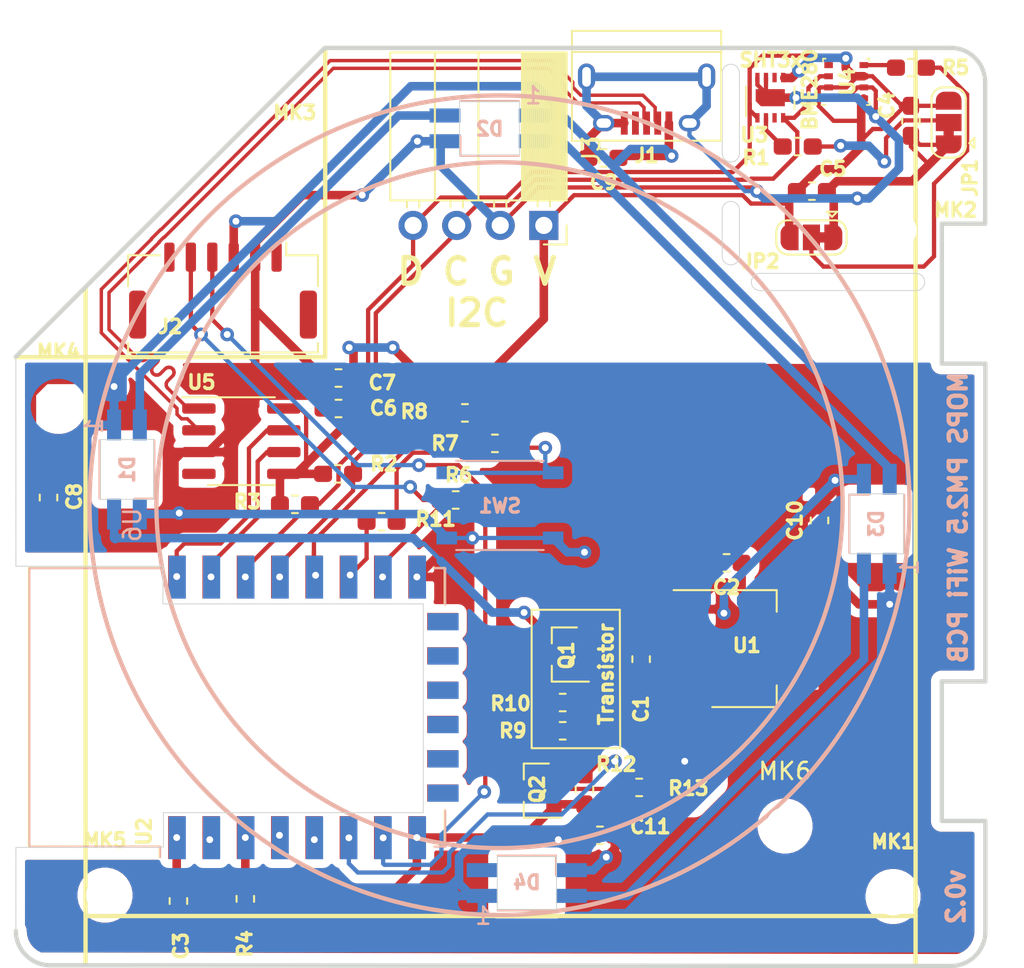
<source format=kicad_pcb>
(kicad_pcb (version 20171130) (host pcbnew 5.1.6-1.fc32)
  (layers (0 F.Cu signal) (31 B.Cu signal) (34 B.Paste user) (35 F.Paste user) (36 B.SilkS user) (37 F.SilkS user) (38 B.Mask user) (39 F.Mask user) (44 Edge.Cuts user))
  (net 0 "")
  (net 1 GND)
  (net 2 VBUS)
  (net 3 3V3_MCU)
  (net 4 USB-D+)
  (net 5 USB-D-)
  (net 6 GPIO15)
  (net 7 GPIO13)
  (net 8 "Net-(JP1-Pad2)")
  (net 9 "Net-(JP2-Pad2)")
  (net 10 "Net-(R1-Pad2)")
  (net 11 GPIO4)
  (net 12 GPIO5)
  (net 13 "Net-(R5-Pad2)")
  (net 14 GPIO0)
  (net 15 "Net-(R7-Pad1)")
  (net 16 GPIO2)
  (net 17 GPIO12)
  (net 18 "Net-(D1-Pad2)")
  (net 19 "Net-(D2-Pad2)")
  (net 20 "Net-(D3-Pad2)")
  (net 21 "Net-(Q1-Pad2)")
  (net 22 IF_RXD)
  (net 23 IF_TXD)
  (net 24 EN)
  (net 25 GPIO14)
  (net 26 GPIO16)
  (net 27 A0)
  (net 28 WS_IN)
  (module zsun-symbols:switch_4x4x1.5_real-5x5x1.5 (layer B.Cu) (at 59.8424 109.0295 180)
    (fp_text reference SW1 (at 0 -0.03) (layer B.SilkS) (effects (font (size 0.8 0.8) (thickness 0.2)) (justify mirror)))
    (fp_text value SW_Flash)
    (pad 1 smd rect (at -3.1 1.9 180) (size 1.2 0.75) (layers B.Cu B.Paste B.Mask) (net 15 "Net-(R7-Pad1)"))
    (pad 2 smd rect (at -3.1 -1.9 180) (size 1.2 0.75) (layers B.Cu B.Paste B.Mask) (net 1 GND))
    (pad 1 smd rect (at 3.1 1.9 180) (size 1.2 0.75) (layers B.Cu B.Paste B.Mask) (net 15 "Net-(R7-Pad1)"))
    (pad 2 smd rect (at 3.1 -1.9 180) (size 1.2 0.75) (layers B.Cu B.Paste B.Mask) (net 1 GND))
  )
  (module MountingHole:MountingHole_2.2mm_M2 (layer F.Cu) (at 76.46 127.73)
    (fp_text reference MK6 (at 0 -3.2) (layer F.SilkS))
    (fp_text value M1)
    (pad 1 np_thru_hole circle (at 0 0) (size 2.2 2.2) (drill 2.2) (layers *.Cu *.Mask))
  )
  (module zsun-symbols:LED_DY-S352818_RGBC_6812-2T (layer B.Cu) (at 61.408 131.052)
    (fp_text reference D4 (at 0 -0.03) (layer B.SilkS) (effects (font (size 0.8 0.8) (thickness 0.2)) (justify mirror)))
    (fp_text value WS2812B)
    (fp_text user 1 (at -2.54 1.92) (layer B.SilkS) (effects (justify mirror)))
    (pad 1 smd rect (at -2.6 0.75) (size 1.8 0.82) (layers B.Cu B.Paste B.Mask) (net 2 VBUS))
    (pad 2 smd rect (at -2.6 -0.75) (size 1.8 0.82) (layers B.Cu B.Paste B.Mask))
    (pad 4 smd rect (at 2.6 0.75) (size 1.8 0.82) (layers B.Cu B.Paste B.Mask) (net 20 "Net-(D3-Pad2)"))
    (pad 3 smd rect (at 2.6 -0.75) (size 1.8 0.82) (layers B.Cu B.Paste B.Mask) (net 1 GND))
  )
  (module zsun-symbols:LED_DY-S352818_RGBC_6812-2T (layer B.Cu) (at 81.81 110.1 90)
    (fp_text reference D3 (at 0 -0.03 90) (layer B.SilkS) (effects (font (size 0.8 0.8) (thickness 0.2)) (justify mirror)))
    (fp_text value WS2812B)
    (fp_text user 1 (at -2.54 1.92 90) (layer B.SilkS) (effects (justify mirror)))
    (pad 1 smd rect (at -2.6 0.75 90) (size 1.8 0.82) (layers B.Cu B.Paste B.Mask) (net 2 VBUS))
    (pad 2 smd rect (at -2.6 -0.75 90) (size 1.8 0.82) (layers B.Cu B.Paste B.Mask) (net 20 "Net-(D3-Pad2)"))
    (pad 4 smd rect (at 2.6 0.75 90) (size 1.8 0.82) (layers B.Cu B.Paste B.Mask) (net 19 "Net-(D2-Pad2)"))
    (pad 3 smd rect (at 2.6 -0.75 90) (size 1.8 0.82) (layers B.Cu B.Paste B.Mask) (net 1 GND))
  )
  (module zsun-symbols:LED_DY-S352818_RGBC_6812-2T (layer B.Cu) (at 59.24 87.04 180)
    (fp_text reference D2 (at 0 -0.03) (layer B.SilkS) (effects (font (size 0.8 0.8) (thickness 0.2)) (justify mirror)))
    (fp_text value WS2812B)
    (fp_text user 1 (at -2.54 1.92) (layer B.SilkS) (effects (justify mirror)))
    (pad 1 smd rect (at -2.6 0.75 180) (size 1.8 0.82) (layers B.Cu B.Paste B.Mask) (net 2 VBUS))
    (pad 2 smd rect (at -2.6 -0.75 180) (size 1.8 0.82) (layers B.Cu B.Paste B.Mask) (net 19 "Net-(D2-Pad2)"))
    (pad 4 smd rect (at 2.6 0.75 180) (size 1.8 0.82) (layers B.Cu B.Paste B.Mask) (net 18 "Net-(D1-Pad2)"))
    (pad 3 smd rect (at 2.6 -0.75 180) (size 1.8 0.82) (layers B.Cu B.Paste B.Mask) (net 1 GND))
  )
  (module zsun-symbols:LED_DY-S352818_RGBC_6812-2T (layer B.Cu) (at 38.1 106.934 270)
    (fp_text reference D1 (at 0 -0.03 90) (layer B.SilkS) (effects (font (size 0.8 0.8) (thickness 0.2)) (justify mirror)))
    (fp_text value WS2812B)
    (fp_text user 1 (at -2.54 1.92 90) (layer B.SilkS) (effects (justify mirror)))
    (pad 1 smd rect (at -2.6 0.75 270) (size 1.8 0.82) (layers B.Cu B.Paste B.Mask) (net 2 VBUS))
    (pad 2 smd rect (at -2.6 -0.75 270) (size 1.8 0.82) (layers B.Cu B.Paste B.Mask) (net 18 "Net-(D1-Pad2)"))
    (pad 4 smd rect (at 2.6 0.75 270) (size 1.8 0.82) (layers B.Cu B.Paste B.Mask) (net 28 WS_IN))
    (pad 3 smd rect (at 2.6 -0.75 270) (size 1.8 0.82) (layers B.Cu B.Paste B.Mask) (net 1 GND))
  )
  (module Package_TO_SOT_SMD:SOT-23 (layer F.Cu) (at 61.992 125.664 180)
    (fp_text reference Q2 (at -0.025 0.085 270) (layer F.SilkS) (effects (font (size 0.8 0.8) (thickness 0.2))))
    (fp_text value 2N7002E/AO3400)
    (pad 3 smd rect (at 1 0 180) (size 0.9 0.8) (layers F.Cu F.Paste F.Mask) (net 28 WS_IN))
    (pad 2 smd rect (at -1 0.95 180) (size 0.9 0.8) (layers F.Cu F.Paste F.Mask) (net 17 GPIO12))
    (pad 1 smd rect (at -1 -0.95 180) (size 0.9 0.8) (layers F.Cu F.Paste F.Mask) (net 3 3V3_MCU))
  )
  (module Resistor_SMD:R_0603_1608Metric_Pad1.05x0.95mm_HandSolder (layer F.Cu) (at 67.959 125.476)
    (fp_text reference R13 (at 2.871 0.054) (layer F.SilkS) (effects (font (size 0.8 0.8) (thickness 0.2))))
    (fp_text value 10k)
    (pad 2 smd roundrect (at 0.875 0) (size 1.05 0.95) (layers F.Cu F.Paste F.Mask) (net 2 VBUS))
    (pad 1 smd roundrect (at -0.875 0) (size 1.05 0.95) (layers F.Cu F.Paste F.Mask) (net 28 WS_IN))
  )
  (module Resistor_SMD:R_0603_1608Metric_Pad1.05x0.95mm_HandSolder (layer F.Cu) (at 64.77 125.589 270)
    (fp_text reference R12 (at -1.459 -1.85 180) (layer F.SilkS) (effects (font (size 0.8 0.8) (thickness 0.2))))
    (fp_text value 10k)
    (pad 2 smd roundrect (at 0.875 0 270) (size 1.05 0.95) (layers F.Cu F.Paste F.Mask) (net 3 3V3_MCU))
    (pad 1 smd roundrect (at -0.875 0 270) (size 1.05 0.95) (layers F.Cu F.Paste F.Mask) (net 17 GPIO12))
  )
  (module Package_SO:SOIC-8_3.9x4.9mm_P1.27mm (layer F.Cu) (at 44.769 105.283)
    (fp_text reference U5 (at -2.325 -3.435) (layer F.SilkS) (effects (font (size 0.8 0.8) (thickness 0.25))))
    (fp_text value CH330N)
    (pad 8 smd roundrect (at 2.475 -1.905) (size 1.95 0.6) (layers F.Cu F.Paste F.Mask) (net 3 3V3_MCU))
    (pad 7 smd roundrect (at 2.475 -0.635) (size 1.95 0.6) (layers F.Cu F.Paste F.Mask) (net 22 IF_RXD))
    (pad 6 smd roundrect (at 2.475 0.635) (size 1.95 0.6) (layers F.Cu F.Paste F.Mask) (net 23 IF_TXD))
    (pad 5 smd roundrect (at 2.475 1.905) (size 1.95 0.6) (layers F.Cu F.Paste F.Mask) (net 3 3V3_MCU))
    (pad 4 smd roundrect (at -2.475 1.905) (size 1.95 0.6) (layers F.Cu F.Paste F.Mask))
    (pad 3 smd roundrect (at -2.475 0.635) (size 1.95 0.6) (layers F.Cu F.Paste F.Mask) (net 1 GND))
    (pad 2 smd roundrect (at -2.475 -0.635) (size 1.95 0.6) (layers F.Cu F.Paste F.Mask) (net 5 USB-D-))
    (pad 1 smd roundrect (at -2.475 -1.905) (size 1.95 0.6) (layers F.Cu F.Paste F.Mask) (net 4 USB-D+))
  )
  (module RF_Module:ESP-12E (layer B.Cu) (at 43.675 120.725 270)
    (fp_text reference U6 (at -10.56 5.26 90) (layer B.SilkS) (effects (justify mirror)))
    (fp_text value ESP-12F)
    (pad 22 smd rect (at -7.51 2.64 270) (size 2.5 1) (layers B.Cu B.Paste B.Mask) (net 22 IF_RXD))
    (pad 21 smd rect (at -7.51 0.64 270) (size 2.5 1) (layers B.Cu B.Paste B.Mask) (net 23 IF_TXD))
    (pad 20 smd rect (at -7.51 -1.36 270) (size 2.5 1) (layers B.Cu B.Paste B.Mask) (net 12 GPIO5))
    (pad 19 smd rect (at -7.51 -3.36 270) (size 2.5 1) (layers B.Cu B.Paste B.Mask) (net 11 GPIO4))
    (pad 18 smd rect (at -7.51 -5.36 270) (size 2.5 1) (layers B.Cu B.Paste B.Mask) (net 14 GPIO0))
    (pad 17 smd rect (at -7.51 -7.36 270) (size 2.5 1) (layers B.Cu B.Paste B.Mask) (net 16 GPIO2))
    (pad 16 smd rect (at -7.51 -9.36 270) (size 2.5 1) (layers B.Cu B.Paste B.Mask) (net 6 GPIO15))
    (pad 15 smd rect (at -7.51 -11.36 270) (size 2.5 1) (layers B.Cu B.Paste B.Mask) (net 1 GND))
    (pad 14 smd rect (at -4.91 -12.86 270) (size 1 1.8) (layers B.Cu B.Paste B.Mask))
    (pad 13 smd rect (at -2.91 -12.86 270) (size 1 1.8) (layers B.Cu B.Paste B.Mask))
    (pad 12 smd rect (at -0.91 -12.86 270) (size 1 1.8) (layers B.Cu B.Paste B.Mask))
    (pad 11 smd rect (at 1.09 -12.86 270) (size 1 1.8) (layers B.Cu B.Paste B.Mask))
    (pad 10 smd rect (at 3.09 -12.86 270) (size 1 1.8) (layers B.Cu B.Paste B.Mask))
    (pad 9 smd rect (at 5.09 -12.86 270) (size 1 1.8) (layers B.Cu B.Paste B.Mask))
    (pad 8 smd rect (at 7.69 -11.36 270) (size 2.5 1) (layers B.Cu B.Paste B.Mask) (net 3 3V3_MCU))
    (pad 7 smd rect (at 7.69 -9.36 270) (size 2.5 1) (layers B.Cu B.Paste B.Mask) (net 7 GPIO13))
    (pad 6 smd rect (at 7.69 -7.36 270) (size 2.5 1) (layers B.Cu B.Paste B.Mask) (net 17 GPIO12))
    (pad 5 smd rect (at 7.69 -5.36 270) (size 2.5 1) (layers B.Cu B.Paste B.Mask) (net 25 GPIO14))
    (pad 4 smd rect (at 7.69 -3.36 270) (size 2.5 1) (layers B.Cu B.Paste B.Mask) (net 26 GPIO16))
    (pad 3 smd rect (at 7.69 -1.36 270) (size 2.5 1) (layers B.Cu B.Paste B.Mask) (net 24 EN))
    (pad 2 smd rect (at 7.69 0.64 270) (size 2.5 1) (layers B.Cu B.Paste B.Mask) (net 27 A0))
    (pad 1 smd rect (at 7.69 2.64 270) (size 2.5 1) (layers B.Cu B.Paste B.Mask) (net 3 3V3_MCU))
  )
  (module MountingHole:MountingHole_2.2mm_M2 (layer F.Cu) (at 51.77028 85.09508)
    (fp_text reference MK3 (at -3.89528 1.02992) (layer F.SilkS) (effects (font (size 0.8 0.8) (thickness 0.25))))
    (fp_text value M2)
    (pad 1 np_thru_hole circle (at 0 0) (size 2.2 2.2) (drill 2.2) (layers *.Cu *.Mask))
  )
  (module Connector_PinSocket_2.54mm:PinSocket_1x04_P2.54mm_Horizontal (layer F.Cu) (at 62.4 92.7 270)
    (fp_text reference J3 (at -4.38 -2.77 90) (layer F.SilkS))
    (fp_text value Ext_I2C)
    (pad 4 thru_hole oval (at 0 7.62 270) (size 1.7 1.7) (drill 1) (layers *.Cu *.Mask) (net 12 GPIO5))
    (pad 3 thru_hole oval (at 0 5.08 270) (size 1.7 1.7) (drill 1) (layers *.Cu *.Mask) (net 11 GPIO4))
    (pad 2 thru_hole oval (at 0 2.54 270) (size 1.7 1.7) (drill 1) (layers *.Cu *.Mask) (net 1 GND))
    (pad 1 thru_hole rect (at 0 0 270) (size 1.7 1.7) (drill 1) (layers *.Cu *.Mask) (net 3 3V3_MCU))
  )
  (module Package_TO_SOT_SMD:SOT-23 (layer F.Cu) (at 63.625 117.726 180)
    (fp_text reference Q1 (at -0.1 -0.05 90) (layer F.SilkS) (effects (font (size 0.8 0.8) (thickness 0.2))))
    (fp_text value BC560)
    (pad 3 smd rect (at 1 0 180) (size 0.9 0.8) (layers F.Cu F.Paste F.Mask) (net 28 WS_IN))
    (pad 2 smd rect (at -1 0.95 180) (size 0.9 0.8) (layers F.Cu F.Paste F.Mask) (net 21 "Net-(Q1-Pad2)"))
    (pad 1 smd rect (at -1 -0.95 180) (size 0.9 0.8) (layers F.Cu F.Paste F.Mask) (net 1 GND))
  )
  (module Capacitor_SMD:C_0603_1608Metric_Pad1.05x0.95mm_HandSolder (layer F.Cu) (at 65.673 128.27)
    (fp_text reference C11 (at 2.935 -0.508) (layer F.SilkS) (effects (font (size 0.8 0.8) (thickness 0.25))))
    (fp_text value 100nF)
    (pad 2 smd roundrect (at 0.875 0) (size 1.05 0.95) (layers F.Cu F.Paste F.Mask) (net 1 GND))
    (pad 1 smd roundrect (at -0.875 0) (size 1.05 0.95) (layers F.Cu F.Paste F.Mask) (net 2 VBUS))
  )
  (module Capacitor_SMD:C_0603_1608Metric_Pad1.05x0.95mm_HandSolder (layer F.Cu) (at 78.47 109.905 90)
    (fp_text reference C10 (at 0 -1.43 270) (layer F.SilkS) (effects (font (size 0.8 0.8) (thickness 0.25))))
    (fp_text value 100nF)
    (pad 2 smd roundrect (at 0.875 0 90) (size 1.05 0.95) (layers F.Cu F.Paste F.Mask) (net 1 GND))
    (pad 1 smd roundrect (at -0.875 0 90) (size 1.05 0.95) (layers F.Cu F.Paste F.Mask) (net 2 VBUS))
  )
  (module Capacitor_SMD:C_0603_1608Metric_Pad1.05x0.95mm_HandSolder (layer F.Cu) (at 65.875 88.76 180)
    (fp_text reference C9 (at 0 -1.43) (layer F.SilkS) (effects (font (size 0.8 0.8) (thickness 0.25))))
    (fp_text value 100nF)
    (pad 2 smd roundrect (at 0.875 0 180) (size 1.05 0.95) (layers F.Cu F.Paste F.Mask) (net 1 GND))
    (pad 1 smd roundrect (at -0.875 0 180) (size 1.05 0.95) (layers F.Cu F.Paste F.Mask) (net 2 VBUS))
  )
  (module Capacitor_SMD:C_0603_1608Metric_Pad1.05x0.95mm_HandSolder (layer F.Cu) (at 33.528 108.571 270)
    (fp_text reference C8 (at -0.051 -1.502 90) (layer F.SilkS) (effects (font (size 0.8 0.8) (thickness 0.25))))
    (fp_text value 100nF)
    (pad 2 smd roundrect (at 0.875 0 270) (size 1.05 0.95) (layers F.Cu F.Paste F.Mask) (net 1 GND))
    (pad 1 smd roundrect (at -0.875 0 270) (size 1.05 0.95) (layers F.Cu F.Paste F.Mask) (net 2 VBUS))
  )
  (module MountingHole:MountingHole_2.2mm_M2 (layer F.Cu) (at 36.81984 131.75996)
    (fp_text reference MK5 (at 0 -3.2) (layer F.SilkS) (effects (font (size 0.8 0.8) (thickness 0.25))))
    (fp_text value M2)
    (pad 1 np_thru_hole circle (at 0 0) (size 2.2 2.2) (drill 2.2) (layers *.Cu *.Mask))
  )
  (module MountingHole:MountingHole_2.2mm_M2 (layer F.Cu) (at 34.10712 103.25608)
    (fp_text reference MK4 (at 0 -3.2) (layer F.SilkS) (effects (font (size 0.8 0.8) (thickness 0.25))))
    (fp_text value M2)
    (pad 1 np_thru_hole circle (at 0 0) (size 2.2 2.2) (drill 2.2) (layers *.Cu *.Mask))
  )
  (module MountingHole:MountingHole_2.2mm_M2 (layer F.Cu) (at 83.02244 92.98432)
    (fp_text reference MK2 (at 3.37756 -1.18432) (layer F.SilkS) (effects (font (size 0.8 0.8) (thickness 0.25))))
    (fp_text value M2)
    (pad 1 np_thru_hole circle (at 0 0) (size 2.2 2.2) (drill 2.2) (layers *.Cu *.Mask))
  )
  (module MountingHole:MountingHole_2.2mm_M2 (layer F.Cu) (at 82.75828 131.84124)
    (fp_text reference MK1 (at 0 -3.2) (layer F.SilkS) (effects (font (size 0.8 0.8) (thickness 0.25))))
    (fp_text value M2)
    (pad 1 np_thru_hole circle (at 0 0) (size 2.2 2.2) (drill 2.2) (layers *.Cu *.Mask))
  )
  (module Connector_Molex:Molex_CLIK-Mate_502382-0670_1x06-1MP_P1.25mm_Vertical (layer F.Cu) (at 43.7 96.5 180)
    (fp_text reference J2 (at 3.075 -2.1) (layer F.SilkS) (effects (font (size 0.8 0.8) (thickness 0.25))))
    (fp_text value PMS7003)
    (pad MP smd roundrect (at 4.975 -1.4 180) (size 1 2.8) (layers F.Cu F.Paste F.Mask))
    (pad MP smd roundrect (at -4.975 -1.4 180) (size 1 2.8) (layers F.Cu F.Paste F.Mask))
    (pad 6 smd roundrect (at 3.125 1.95 180) (size 0.6 1.7) (layers F.Cu F.Paste F.Mask))
    (pad 5 smd roundrect (at 1.875 1.95 180) (size 0.6 1.7) (layers F.Cu F.Paste F.Mask) (net 6 GPIO15))
    (pad 4 smd roundrect (at 0.625 1.95 180) (size 0.6 1.7) (layers F.Cu F.Paste F.Mask) (net 7 GPIO13))
    (pad 3 smd roundrect (at -0.625 1.95 180) (size 0.6 1.7) (layers F.Cu F.Paste F.Mask) (net 2 VBUS))
    (pad 2 smd roundrect (at -1.875 1.95 180) (size 0.6 1.7) (layers F.Cu F.Paste F.Mask) (net 1 GND))
    (pad 1 smd roundrect (at -3.125 1.95 180) (size 0.6 1.7) (layers F.Cu F.Paste F.Mask))
  )
  (module mops-esp8266:Sensirion_DFN-8-1EP_2.5x2.5mm_P0.5mm_EP1.1x1.7mm (layer F.Cu) (at 75.6 85.25 90)
    (fp_text reference U3 (at -2.175 -0.925 180) (layer F.SilkS) (effects (font (size 0.8 0.8) (thickness 0.25))))
    (fp_text value SHT31-DIS)
    (pad 1 smd rect (at -1.175 -0.75 90) (size 0.55 0.25) (layers F.Cu F.Paste F.Mask) (net 12 GPIO5))
    (pad 2 smd rect (at -1.175 -0.25 90) (size 0.55 0.25) (layers F.Cu F.Paste F.Mask) (net 10 "Net-(R1-Pad2)"))
    (pad 3 smd rect (at -1.175 0.25 90) (size 0.55 0.25) (layers F.Cu F.Paste F.Mask))
    (pad 4 smd rect (at -1.175 0.75 270) (size 0.55 0.25) (layers F.Cu F.Paste F.Mask) (net 11 GPIO4))
    (pad 5 smd rect (at 1.175 0.75 90) (size 0.55 0.25) (layers F.Cu F.Paste F.Mask) (net 3 3V3_MCU))
    (pad 6 smd rect (at 1.175 0.25 90) (size 0.55 0.25) (layers F.Cu F.Paste F.Mask))
    (pad 7 smd rect (at 1.175 -0.25 90) (size 0.55 0.25) (layers F.Cu F.Paste F.Mask) (net 1 GND))
    (pad 8 smd rect (at 1.175 -0.75 90) (size 0.55 0.25) (layers F.Cu F.Paste F.Mask) (net 1 GND))
    (pad 9 smd custom (at 0 0 90) (size 1 1) (layers F.Cu F.Mask) (net 1 GND) (options (clearance outline) (anchor circle)) (primitives (gr_poly (pts (xy 0.5 0.85) (xy -0.5 0.85) (xy -0.5 -0.55) (xy -0.2 -0.85) (xy 0.5 -0.85)) (width 0))))
  )
  (module Resistor_SMD:R_0603_1608Metric_Pad1.05x0.95mm_HandSolder (layer F.Cu) (at 63.5 120.526 180)
    (fp_text reference R10 (at 3.04 -0.06) (layer F.SilkS) (effects (font (size 0.8 0.8) (thickness 0.25))))
    (fp_text value 1k8)
    (pad 2 smd roundrect (at 0.875 0 180) (size 1.05 0.95) (layers F.Cu F.Paste F.Mask) (net 28 WS_IN))
    (pad 1 smd roundrect (at -0.875 0 180) (size 1.05 0.95) (layers F.Cu F.Paste F.Mask) (net 2 VBUS))
  )
  (module Resistor_SMD:R_0603_1608Metric_Pad1.05x0.95mm_HandSolder (layer F.Cu) (at 63.5 122.174)
    (fp_text reference R9 (at -2.907 0) (layer F.SilkS) (effects (font (size 0.8 0.8) (thickness 0.25))))
    (fp_text value 3k3)
    (pad 2 smd roundrect (at 0.875 0) (size 1.05 0.95) (layers F.Cu F.Paste F.Mask) (net 21 "Net-(Q1-Pad2)"))
    (pad 1 smd roundrect (at -0.875 0) (size 1.05 0.95) (layers F.Cu F.Paste F.Mask) (net 17 GPIO12))
  )
  (module Package_LGA:Bosch_LGA-8_2.5x2.5mm_P0.65mm_ClockwisePinNumbering (layer F.Cu) (at 80.025 84.325 90)
    (fp_text reference U4 (at 0.015 0.075 90) (layer F.SilkS) (effects (font (size 0.8 0.8) (thickness 0.25))))
    (fp_text value BME280)
    (pad 5 smd rect (at 0.975 1.025 180) (size 0.5 0.35) (layers F.Cu F.Paste F.Mask) (net 13 "Net-(R5-Pad2)"))
    (pad 6 smd rect (at 0.325 1.025 180) (size 0.5 0.35) (layers F.Cu F.Paste F.Mask) (net 3 3V3_MCU))
    (pad 7 smd rect (at -0.325 1.025 180) (size 0.5 0.35) (layers F.Cu F.Paste F.Mask) (net 1 GND))
    (pad 8 smd rect (at -0.975 1.025 180) (size 0.5 0.35) (layers F.Cu F.Paste F.Mask) (net 3 3V3_MCU))
    (pad 1 smd rect (at -0.975 -1.025 180) (size 0.5 0.35) (layers F.Cu F.Paste F.Mask) (net 1 GND))
    (pad 2 smd rect (at -0.325 -1.025 180) (size 0.5 0.35) (layers F.Cu F.Paste F.Mask) (net 3 3V3_MCU))
    (pad 3 smd rect (at 0.325 -1.025 180) (size 0.5 0.35) (layers F.Cu F.Paste F.Mask) (net 11 GPIO4))
    (pad 4 smd rect (at 0.975 -1.025 180) (size 0.5 0.35) (layers F.Cu F.Paste F.Mask) (net 12 GPIO5))
  )
  (module RF_Module:ESP-12E (layer F.Cu) (at 44.5 120.8 90)
    (fp_text reference U2 (at -7.25 -5.4 90) (layer F.SilkS) (effects (font (size 0.8 0.8) (thickness 0.25))))
    (fp_text value ESP-12F)
    (pad 22 smd rect (at 7.6 -3.5 90) (size 2.5 1) (layers F.Cu F.Paste F.Mask) (net 22 IF_RXD))
    (pad 21 smd rect (at 7.6 -1.5 90) (size 2.5 1) (layers F.Cu F.Paste F.Mask) (net 23 IF_TXD))
    (pad 20 smd rect (at 7.6 0.5 90) (size 2.5 1) (layers F.Cu F.Paste F.Mask) (net 12 GPIO5))
    (pad 19 smd rect (at 7.6 2.5 90) (size 2.5 1) (layers F.Cu F.Paste F.Mask) (net 11 GPIO4))
    (pad 18 smd rect (at 7.6 4.5 90) (size 2.5 1) (layers F.Cu F.Paste F.Mask) (net 14 GPIO0))
    (pad 17 smd rect (at 7.6 6.5 90) (size 2.5 1) (layers F.Cu F.Paste F.Mask) (net 16 GPIO2))
    (pad 16 smd rect (at 7.6 8.5 90) (size 2.5 1) (layers F.Cu F.Paste F.Mask) (net 6 GPIO15))
    (pad 15 smd rect (at 7.6 10.5 90) (size 2.5 1) (layers F.Cu F.Paste F.Mask) (net 1 GND))
    (pad 14 smd rect (at 5 12 90) (size 1 1.8) (layers F.Cu F.Paste F.Mask))
    (pad 13 smd rect (at 3 12 90) (size 1 1.8) (layers F.Cu F.Paste F.Mask))
    (pad 12 smd rect (at 1 12 90) (size 1 1.8) (layers F.Cu F.Paste F.Mask))
    (pad 11 smd rect (at -1 12 90) (size 1 1.8) (layers F.Cu F.Paste F.Mask))
    (pad 10 smd rect (at -3 12 90) (size 1 1.8) (layers F.Cu F.Paste F.Mask))
    (pad 9 smd rect (at -5 12 90) (size 1 1.8) (layers F.Cu F.Paste F.Mask))
    (pad 8 smd rect (at -7.6 10.5 90) (size 2.5 1) (layers F.Cu F.Paste F.Mask) (net 3 3V3_MCU))
    (pad 7 smd rect (at -7.6 8.5 90) (size 2.5 1) (layers F.Cu F.Paste F.Mask) (net 7 GPIO13))
    (pad 6 smd rect (at -7.6 6.5 90) (size 2.5 1) (layers F.Cu F.Paste F.Mask) (net 17 GPIO12))
    (pad 5 smd rect (at -7.6 4.5 90) (size 2.5 1) (layers F.Cu F.Paste F.Mask) (net 25 GPIO14))
    (pad 4 smd rect (at -7.6 2.5 90) (size 2.5 1) (layers F.Cu F.Paste F.Mask) (net 26 GPIO16))
    (pad 3 smd rect (at -7.6 0.5 90) (size 2.5 1) (layers F.Cu F.Paste F.Mask) (net 24 EN))
    (pad 2 smd rect (at -7.6 -1.5 90) (size 2.5 1) (layers F.Cu F.Paste F.Mask) (net 27 A0))
    (pad 1 smd rect (at -7.6 -3.5 90) (size 2.5 1) (layers F.Cu F.Paste F.Mask) (net 3 3V3_MCU))
  )
  (module Package_TO_SOT_SMD:SOT-223-3_TabPin2 (layer F.Cu) (at 74.066 117.38)
    (fp_text reference U1 (at 0.1651 -0.18542) (layer F.SilkS) (effects (font (size 0.8 0.8) (thickness 0.25))))
    (fp_text value AP1117-33)
    (pad 1 smd rect (at -3.15 -2.3) (size 2 1.5) (layers F.Cu F.Paste F.Mask) (net 1 GND))
    (pad 3 smd rect (at -3.15 2.3) (size 2 1.5) (layers F.Cu F.Paste F.Mask) (net 2 VBUS))
    (pad 2 smd rect (at -3.15 0) (size 2 1.5) (layers F.Cu F.Paste F.Mask) (net 3 3V3_MCU))
    (pad 2 smd rect (at 3.15 0) (size 2 3.8) (layers F.Cu F.Paste F.Mask) (net 3 3V3_MCU))
  )
  (module Resistor_SMD:R_0603_1608Metric_Pad1.05x0.95mm_HandSolder (layer F.Cu) (at 52.945 109.982 180)
    (fp_text reference R11 (at -3.15 0.15) (layer F.SilkS) (effects (font (size 0.8 0.8) (thickness 0.25))))
    (fp_text value 10k)
    (pad 2 smd roundrect (at 0.875 0 180) (size 1.05 0.95) (layers F.Cu F.Paste F.Mask) (net 16 GPIO2))
    (pad 1 smd roundrect (at -0.875 0 180) (size 1.05 0.95) (layers F.Cu F.Paste F.Mask) (net 3 3V3_MCU))
  )
  (module Resistor_SMD:R_0603_1608Metric_Pad1.05x0.95mm_HandSolder (layer F.Cu) (at 57.799 103.632)
    (fp_text reference R8 (at -2.95 -0.075) (layer F.SilkS) (effects (font (size 0.8 0.8) (thickness 0.25))))
    (fp_text value 10k)
    (pad 2 smd roundrect (at 0.875 0) (size 1.05 0.95) (layers F.Cu F.Paste F.Mask) (net 14 GPIO0))
    (pad 1 smd roundrect (at -0.875 0) (size 1.05 0.95) (layers F.Cu F.Paste F.Mask) (net 3 3V3_MCU))
  )
  (module Resistor_SMD:R_0603_1608Metric_Pad1.05x0.95mm_HandSolder (layer F.Cu) (at 59.549 105.41 180)
    (fp_text reference R7 (at 2.907 0) (layer F.SilkS) (effects (font (size 0.8 0.8) (thickness 0.25))))
    (fp_text value 470)
    (pad 2 smd roundrect (at 0.875 0 180) (size 1.05 0.95) (layers F.Cu F.Paste F.Mask) (net 14 GPIO0))
    (pad 1 smd roundrect (at -0.875 0 180) (size 1.05 0.95) (layers F.Cu F.Paste F.Mask) (net 15 "Net-(R7-Pad1)"))
  )
  (module Resistor_SMD:R_0603_1608Metric_Pad1.05x0.95mm_HandSolder (layer F.Cu) (at 57.263 108.712 180)
    (fp_text reference R6 (at -0.175 1.45) (layer F.SilkS) (effects (font (size 0.8 0.8) (thickness 0.25))))
    (fp_text value 10k)
    (pad 2 smd roundrect (at 0.875 0 180) (size 1.05 0.95) (layers F.Cu F.Paste F.Mask) (net 6 GPIO15))
    (pad 1 smd roundrect (at -0.875 0 180) (size 1.05 0.95) (layers F.Cu F.Paste F.Mask) (net 1 GND))
  )
  (module Resistor_SMD:R_0603_1608Metric_Pad1.05x0.95mm_HandSolder (layer F.Cu) (at 83.8 83.5 180)
    (fp_text reference R5 (at -2.6 0) (layer F.SilkS) (effects (font (size 0.8 0.8) (thickness 0.25))))
    (fp_text value 10k)
    (pad 2 smd roundrect (at 0.875 0 180) (size 1.05 0.95) (layers F.Cu F.Paste F.Mask) (net 13 "Net-(R5-Pad2)"))
    (pad 1 smd roundrect (at -0.875 0 180) (size 1.05 0.95) (layers F.Cu F.Paste F.Mask) (net 9 "Net-(JP2-Pad2)"))
  )
  (module Resistor_SMD:R_0603_1608Metric_Pad1.05x0.95mm_HandSolder (layer F.Cu) (at 45 131.975 270)
    (fp_text reference R4 (at 2.625 0.025 90) (layer F.SilkS) (effects (font (size 0.8 0.8) (thickness 0.25))))
    (fp_text value 10k)
    (pad 2 smd roundrect (at 0.875 0 270) (size 1.05 0.95) (layers F.Cu F.Paste F.Mask) (net 3 3V3_MCU))
    (pad 1 smd roundrect (at -0.875 0 270) (size 1.05 0.95) (layers F.Cu F.Paste F.Mask) (net 24 EN))
  )
  (module Resistor_SMD:R_0603_1608Metric_Pad1.05x0.95mm_HandSolder (layer F.Cu) (at 47.893 108.966 180)
    (fp_text reference R3 (at 2.775 0.15) (layer F.SilkS) (effects (font (size 0.8 0.8) (thickness 0.25))))
    (fp_text value 10k)
    (pad 2 smd roundrect (at 0.875 0 180) (size 1.05 0.95) (layers F.Cu F.Paste F.Mask) (net 3 3V3_MCU))
    (pad 1 smd roundrect (at -0.875 0 180) (size 1.05 0.95) (layers F.Cu F.Paste F.Mask) (net 12 GPIO5))
  )
  (module Resistor_SMD:R_0603_1608Metric_Pad1.05x0.95mm_HandSolder (layer F.Cu) (at 50.405 107.188 180)
    (fp_text reference R2 (at -2.675 0.578) (layer F.SilkS) (effects (font (size 0.8 0.8) (thickness 0.25))))
    (fp_text value 10k)
    (pad 1 smd roundrect (at -0.875 0 180) (size 1.05 0.95) (layers F.Cu F.Paste F.Mask) (net 11 GPIO4))
    (pad 2 smd roundrect (at 0.875 0 180) (size 1.05 0.95) (layers F.Cu F.Paste F.Mask) (net 3 3V3_MCU))
  )
  (module Resistor_SMD:R_0603_1608Metric_Pad1.05x0.95mm_HandSolder (layer F.Cu) (at 77.2 88.1 180)
    (fp_text reference R1 (at 2.425 -0.65) (layer F.SilkS) (effects (font (size 0.8 0.8) (thickness 0.25))))
    (fp_text value 10k)
    (pad 2 smd roundrect (at 0.875 0 180) (size 1.05 0.95) (layers F.Cu F.Paste F.Mask) (net 10 "Net-(R1-Pad2)"))
    (pad 1 smd roundrect (at -0.875 0 180) (size 1.05 0.95) (layers F.Cu F.Paste F.Mask) (net 8 "Net-(JP1-Pad2)"))
  )
  (module Jumper:SolderJumper-3_P1.3mm_Bridged12_RoundedPad1.0x1.5mm (layer F.Cu) (at 78 93.4 180)
    (fp_text reference JP2 (at 2.95 -1.4) (layer F.SilkS) (effects (font (size 0.8 0.8) (thickness 0.25))))
    (fp_text value SJ_Addr)
    (fp_poly (pts (xy -0.9 -0.3) (xy -0.4 -0.3) (xy -0.4 0.3) (xy -0.9 0.3)) (layer F.Cu) (width 0))
    (pad 1 smd custom (at -1.3 0 180) (size 1 0.5) (layers F.Cu F.Mask) (net 1 GND) (options (clearance outline) (anchor rect)) (primitives (gr_circle (center 0 0.25) (end 0.5 0.25) (width 0)) (gr_circle (center 0 -0.25) (end 0.5 -0.25) (width 0)) (gr_poly (pts (xy 0.55 -0.75) (xy 0 -0.75) (xy 0 0.75) (xy 0.55 0.75)) (width 0))))
    (pad 2 smd rect (at 0 0 180) (size 1 1.5) (layers F.Cu F.Mask) (net 9 "Net-(JP2-Pad2)"))
    (pad 3 smd custom (at 1.3 0 180) (size 1 0.5) (layers F.Cu F.Mask) (net 3 3V3_MCU) (options (clearance outline) (anchor rect)) (primitives (gr_circle (center 0 0.25) (end 0.5 0.25) (width 0)) (gr_circle (center 0 -0.25) (end 0.5 -0.25) (width 0)) (gr_poly (pts (xy -0.55 -0.75) (xy 0 -0.75) (xy 0 0.75) (xy -0.55 0.75)) (width 0))))
  )
  (module Jumper:SolderJumper-3_P1.3mm_Bridged12_RoundedPad1.0x1.5mm (layer F.Cu) (at 86 86.7 90)
    (fp_text reference JP1 (at -3.225 1.25 90) (layer F.SilkS) (effects (font (size 0.8 0.8) (thickness 0.25))))
    (fp_text value SJ_Addr)
    (fp_poly (pts (xy -0.9 -0.3) (xy -0.4 -0.3) (xy -0.4 0.3) (xy -0.9 0.3)) (layer F.Cu) (width 0))
    (pad 1 smd custom (at -1.3 0 90) (size 1 0.5) (layers F.Cu F.Mask) (net 1 GND) (options (clearance outline) (anchor rect)) (primitives (gr_circle (center 0 0.25) (end 0.5 0.25) (width 0)) (gr_circle (center 0 -0.25) (end 0.5 -0.25) (width 0)) (gr_poly (pts (xy 0.55 -0.75) (xy 0 -0.75) (xy 0 0.75) (xy 0.55 0.75)) (width 0))))
    (pad 2 smd rect (at 0 0 90) (size 1 1.5) (layers F.Cu F.Mask) (net 8 "Net-(JP1-Pad2)"))
    (pad 3 smd custom (at 1.3 0 90) (size 1 0.5) (layers F.Cu F.Mask) (net 3 3V3_MCU) (options (clearance outline) (anchor rect)) (primitives (gr_circle (center 0 0.25) (end 0.5 0.25) (width 0)) (gr_circle (center 0 -0.25) (end 0.5 -0.25) (width 0)) (gr_poly (pts (xy -0.55 -0.75) (xy 0 -0.75) (xy 0 0.75) (xy -0.55 0.75)) (width 0))))
  )
  (module Icenowy_Connectors:USB_Micro-B_Connector (layer F.Cu) (at 68.3895 85.3821 180)
    (fp_text reference J1 (at 0 -3.24) (layer F.SilkS) (effects (font (size 0.8 0.8) (thickness 0.25))))
    (fp_text value USB_B_Micro)
    (pad 6 thru_hole oval (at 3.5 1.35 270) (size 1.55 1) (drill oval 1.15 0.5) (layers *.Cu *.Mask) (net 1 GND))
    (pad 6 thru_hole oval (at -3.5 1.35 270) (size 1.55 1) (drill oval 1.15 0.5) (layers *.Cu *.Mask) (net 1 GND))
    (pad 6 thru_hole oval (at 2.5 -1.35 270) (size 0.95 1.25) (drill oval 0.55 0.85) (layers *.Cu *.Mask) (net 1 GND))
    (pad 6 thru_hole oval (at -2.5 -1.35 270) (size 0.95 1.25) (drill oval 0.55 0.85) (layers *.Cu *.Mask) (net 1 GND))
    (pad 5 smd rect (at 1.3 -1.35 270) (size 1.35 0.4) (layers F.Cu F.Paste F.Mask) (net 1 GND))
    (pad 4 smd rect (at 0.65 -1.35 270) (size 1.35 0.4) (layers F.Cu F.Paste F.Mask))
    (pad 3 smd rect (at 0 -1.35 270) (size 1.35 0.4) (layers F.Cu F.Paste F.Mask) (net 4 USB-D+))
    (pad 2 smd rect (at -0.65 -1.35 270) (size 1.35 0.4) (layers F.Cu F.Paste F.Mask) (net 5 USB-D-))
    (pad 1 smd rect (at -1.3 -1.35 270) (size 1.35 0.4) (layers F.Cu F.Paste F.Mask) (net 2 VBUS))
  )
  (module Capacitor_SMD:C_0603_1608Metric_Pad1.05x0.95mm_HandSolder (layer F.Cu) (at 50.433 101.6 180)
    (fp_text reference C7 (at -2.55 -0.275) (layer F.SilkS) (effects (font (size 0.8 0.8) (thickness 0.25))))
    (fp_text value 100nF)
    (pad 2 smd roundrect (at 0.875 0 180) (size 1.05 0.95) (layers F.Cu F.Paste F.Mask) (net 1 GND))
    (pad 1 smd roundrect (at -0.875 0 180) (size 1.05 0.95) (layers F.Cu F.Paste F.Mask) (net 3 3V3_MCU))
  )
  (module Capacitor_SMD:C_0603_1608Metric_Pad1.05x0.95mm_HandSolder (layer F.Cu) (at 50.433 103.378 180)
    (fp_text reference C6 (at -2.625 0.025) (layer F.SilkS) (effects (font (size 0.8 0.8) (thickness 0.25))))
    (fp_text value 100nF)
    (pad 2 smd roundrect (at 0.875 0 180) (size 1.05 0.95) (layers F.Cu F.Paste F.Mask) (net 1 GND))
    (pad 1 smd roundrect (at -0.875 0 180) (size 1.05 0.95) (layers F.Cu F.Paste F.Mask) (net 3 3V3_MCU))
  )
  (module Capacitor_SMD:C_0603_1608Metric_Pad1.05x0.95mm_HandSolder (layer F.Cu) (at 78.025 90.7)
    (fp_text reference C5 (at 1.225 -1.3) (layer F.SilkS) (effects (font (size 0.8 0.8) (thickness 0.25))))
    (fp_text value 100nF)
    (pad 2 smd roundrect (at 0.875 0) (size 1.05 0.95) (layers F.Cu F.Paste F.Mask) (net 1 GND))
    (pad 1 smd roundrect (at -0.875 0) (size 1.05 0.95) (layers F.Cu F.Paste F.Mask) (net 3 3V3_MCU))
  )
  (module Capacitor_SMD:C_0603_1608Metric_Pad1.05x0.95mm_HandSolder (layer F.Cu) (at 83.8 86.6 270)
    (fp_text reference C4 (at -0.9 1.4 90) (layer F.SilkS) (effects (font (size 0.8 0.8) (thickness 0.25))))
    (fp_text value 100nF)
    (pad 2 smd roundrect (at 0.875 0 270) (size 1.05 0.95) (layers F.Cu F.Paste F.Mask) (net 1 GND))
    (pad 1 smd roundrect (at -0.875 0 270) (size 1.05 0.95) (layers F.Cu F.Paste F.Mask) (net 3 3V3_MCU))
  )
  (module Capacitor_SMD:C_0603_1608Metric_Pad1.05x0.95mm_HandSolder (layer F.Cu) (at 41.1 132.1 270)
    (fp_text reference C3 (at 2.625 -0.15 90) (layer F.SilkS) (effects (font (size 0.8 0.8) (thickness 0.25))))
    (fp_text value 100nF)
    (pad 2 smd roundrect (at 0.875 0 270) (size 1.05 0.95) (layers F.Cu F.Paste F.Mask) (net 1 GND))
    (pad 1 smd roundrect (at -0.875 0 270) (size 1.05 0.95) (layers F.Cu F.Paste F.Mask) (net 3 3V3_MCU))
  )
  (module Capacitor_SMD:C_0603_1608Metric_Pad1.05x0.95mm_HandSolder (layer F.Cu) (at 73.055 112.38 180)
    (fp_text reference C2 (at 0 -1.43) (layer F.SilkS) (effects (font (size 0.8 0.8) (thickness 0.25))))
    (fp_text value 100nF)
    (pad 2 smd roundrect (at 0.875 0 180) (size 1.05 0.95) (layers F.Cu F.Paste F.Mask) (net 1 GND))
    (pad 1 smd roundrect (at -0.875 0 180) (size 1.05 0.95) (layers F.Cu F.Paste F.Mask) (net 3 3V3_MCU))
  )
  (module Capacitor_SMD:C_0603_1608Metric_Pad1.05x0.95mm_HandSolder (layer F.Cu) (at 68.072 117.997 90)
    (fp_text reference C1 (at -2.907 0 90) (layer F.SilkS) (effects (font (size 0.8 0.8) (thickness 0.25))))
    (fp_text value 10uF)
    (pad 2 smd roundrect (at 0.875 0 90) (size 1.05 0.95) (layers F.Cu F.Paste F.Mask) (net 1 GND))
    (pad 1 smd roundrect (at -0.875 0 90) (size 1.05 0.95) (layers F.Cu F.Paste F.Mask) (net 2 VBUS))
  )
  (gr_line (start 83.36 108.35) (end 80.26 108.35) (layer Edge.Cuts) (width 0.05))
  (gr_line (start 83.36 111.86) (end 83.36 108.35) (layer Edge.Cuts) (width 0.05))
  (gr_line (start 80.26 111.85) (end 83.36 111.86) (layer Edge.Cuts) (width 0.05))
  (gr_line (start 80.26 108.35) (end 80.26 111.85) (layer Edge.Cuts) (width 0.05))
  (gr_line (start 60.99 85.49) (end 57.49 85.49) (layer Edge.Cuts) (width 0.05))
  (gr_line (start 60.99 88.58) (end 60.99 85.49) (layer Edge.Cuts) (width 0.05))
  (gr_line (start 57.48 88.59) (end 60.99 88.58) (layer Edge.Cuts) (width 0.05))
  (gr_line (start 57.49 85.49) (end 57.48 88.59) (layer Edge.Cuts) (width 0.05))
  (gr_line (start 39.65 105.18) (end 36.56 105.19) (layer Edge.Cuts) (width 0.05))
  (gr_line (start 39.65 108.68) (end 39.65 105.18) (layer Edge.Cuts) (width 0.05))
  (gr_line (start 36.56 108.68) (end 39.65 108.68) (layer Edge.Cuts) (width 0.05))
  (gr_line (start 36.56 105.19) (end 36.56 108.68) (layer Edge.Cuts) (width 0.05))
  (gr_line (start 63.14 129.51) (end 59.69 129.51) (layer Edge.Cuts) (width 0.05))
  (gr_line (start 63.14 132.59) (end 63.14 129.51) (layer Edge.Cuts) (width 0.05))
  (gr_line (start 59.69 132.588) (end 63.14 132.59) (layer Edge.Cuts) (width 0.05))
  (gr_line (start 59.69 129.51) (end 59.69 132.588) (layer Edge.Cuts) (width 0.05))
  (gr_circle (center 59.817 109.0168) (end 79.817 109.0168) (layer B.SilkS) (width 0.254))
  (gr_circle (center 59.817 109.0168) (end 83.717 109.0168) (layer B.SilkS) (width 0.254))
  (gr_text Transistor (at 66.03 118.872 90) (layer F.SilkS) (effects (font (size 0.8 0.8) (thickness 0.2))))
  (gr_line (start 61.69 123.19) (end 61.69 115.116) (layer F.SilkS) (width 0.12))
  (gr_line (start 66.85 123.19) (end 61.71 123.19) (layer F.SilkS) (width 0.12))
  (gr_line (start 66.83 115.116) (end 66.85 123.19) (layer F.SilkS) (width 0.12))
  (gr_line (start 61.69 115.116) (end 66.83 115.116) (layer F.SilkS) (width 0.12))
  (gr_line (start 31.625 112.575) (end 31.623 100.3558) (layer Edge.Cuts) (width 0.05))
  (gr_line (start 31.625 128.975) (end 31.623 133.8468) (layer Edge.Cuts) (width 0.05))
  (gr_line (start 40.225 128.95) (end 31.625 128.975) (layer Edge.Cuts) (width 0.05))
  (gr_line (start 40.225 126.95) (end 40.225 128.95) (layer Edge.Cuts) (width 0.05))
  (gr_line (start 40.2 112.575) (end 31.625 112.575) (layer Edge.Cuts) (width 0.05))
  (gr_line (start 40.2 114.775) (end 40.2 112.575) (layer Edge.Cuts) (width 0.05))
  (gr_line (start 55.375 126.95) (end 55.375 114.775) (layer Edge.Cuts) (width 0.05))
  (gr_line (start 40.225 126.95) (end 55.375 126.95) (layer Edge.Cuts) (width 0.05))
  (gr_line (start 55.375 114.775) (end 40.2 114.775) (layer Edge.Cuts) (width 0.05))
  (gr_arc (start 84.1 96) (end 84.1 95.5) (angle 180) (layer Edge.Cuts) (width 0.05))
  (gr_arc (start 75 96) (end 75 95.5) (angle -180) (layer Edge.Cuts) (width 0.05))
  (gr_arc (start 73.3 94.5) (end 73.8 94.5) (angle 180) (layer Edge.Cuts) (width 0.05))
  (gr_arc (start 73.3 91.8) (end 73.8 91.8) (angle -180) (layer Edge.Cuts) (width 0.05))
  (gr_arc (start 73.3 88.5) (end 73.8 88.5) (angle 180) (layer Edge.Cuts) (width 0.05))
  (gr_arc (start 73.3 83.8) (end 73.8 83.8) (angle -180) (layer Edge.Cuts) (width 0.05))
  (gr_text v0.2 (at 86.425 131.85 90) (layer B.SilkS) (effects (font (size 1 1) (thickness 0.25)) (justify mirror)))
  (gr_text "MOPS PM2.5 WiFi PCB" (at 86.55 109.75 90) (layer B.SilkS) (effects (font (size 1 1) (thickness 0.25)) (justify mirror)))
  (gr_text "D C G V\nI2C" (at 58.5 96.6) (layer F.SilkS) (effects (font (size 1.5 1.5) (thickness 0.3))))
  (gr_text SHT3x (at 75.625 83.05) (layer F.SilkS) (effects (font (size 0.8 0.8) (thickness 0.2))))
  (gr_text BME280 (at 77.9 84.775 90) (layer F.SilkS) (effects (font (size 0.8 0.8) (thickness 0.2))))
  (gr_line (start 72.8 94.5) (end 72.8 91.8) (layer Edge.Cuts) (width 0.05))
  (gr_line (start 73.8 94.5) (end 73.8 91.8) (layer Edge.Cuts) (width 0.05))
  (gr_line (start 49.627 82.3468) (end 86.124 82.3468) (layer Edge.Cuts) (width 0.254))
  (gr_line (start 72.8 88.5) (end 72.8 83.8) (layer Edge.Cuts) (width 0.05))
  (gr_line (start 84.1 96.5) (end 75 96.5) (layer Edge.Cuts) (width 0.05))
  (gr_line (start 85.6 100.7588) (end 85.6 92.6) (layer Edge.Cuts) (width 0.254))
  (gr_line (start 84.1 95.5) (end 75 95.5) (layer Edge.Cuts) (width 0.05))
  (gr_line (start 73.8 83.8) (end 73.8 88.5) (layer Edge.Cuts) (width 0.05))
  (gr_line (start 84.071 135.8468) (end 84.071 96.3498) (layer F.SilkS) (width 0.254))
  (gr_line (start 35.687 132.9758) (end 84.071 132.9758) (layer F.SilkS) (width 0.254))
  (gr_line (start 88.138 127.4318) (end 85.598 127.4318) (layer Edge.Cuts) (width 0.254))
  (gr_line (start 85.598 127.4318) (end 85.598 119.2948) (layer Edge.Cuts) (width 0.254))
  (gr_line (start 85.598 119.2948) (end 88.138 119.2938) (layer Edge.Cuts) (width 0.254))
  (gr_line (start 88.138 100.7618) (end 88.138 119.2938) (layer Edge.Cuts) (width 0.254))
  (gr_line (start 86.115966 135.890788) (end 33.623 135.8468) (layer Edge.Cuts) (width 0.254))
  (gr_line (start 88.138 100.7618) (end 85.598 100.7588) (layer Edge.Cuts) (width 0.254))
  (gr_line (start 85.6 92.6) (end 88.1253 92.6) (layer Edge.Cuts) (width 0.254))
  (gr_line (start 88.1253 84.3468) (end 88.1253 92.6) (layer Edge.Cuts) (width 0.254))
  (gr_line (start 88.138 127.4318) (end 88.138 133.8758) (layer Edge.Cuts) (width 0.254))
  (gr_line (start 31.623 100.3558) (end 49.627 82.3468) (layer Edge.Cuts) (width 0.254))
  (gr_line (start 31.623 100.3808) (end 49.657 100.3808) (layer F.SilkS) (width 0.254))
  (gr_line (start 49.657 100.3808) (end 49.657 82.3468) (layer F.SilkS) (width 0.254))
  (gr_line (start 35.687 135.8138) (end 35.687 96.3168) (layer F.SilkS) (width 0.254))
  (gr_line (start 84.071 96.3498) (end 84.071 82.3468) (layer F.SilkS) (width 0.254))
  (gr_arc (start 86.123 84.3468) (end 86.123 82.3468) (angle 90) (layer Edge.Cuts) (width 0.254))
  (gr_arc (start 86.123 133.8758) (end 88.138 133.8758) (angle 90.2) (layer Edge.Cuts) (width 0.254))
  (gr_arc (start 33.623 133.8468) (end 33.623 135.8468) (angle 90) (layer Edge.Cuts) (width 0.254))
  (via (at 42.926 128.524) (size 0.8) (drill 0.4) (layers F.Cu B.Cu) (net 27))
  (via (at 46.99 128.27) (size 0.8) (drill 0.4) (layers F.Cu B.Cu) (net 26))
  (via (at 49.022 128.524) (size 0.8) (drill 0.4) (layers F.Cu B.Cu) (net 25))
  (via (at 66.04 129.54) (size 0.8) (drill 0.4) (layers F.Cu B.Cu) (net 1))
  (via (at 72.898 115.316) (size 0.8) (drill 0.4) (layers F.Cu B.Cu) (net 1))
  (via (at 51.816 90.932) (size 0.8) (drill 0.4) (layers F.Cu B.Cu) (net 1))
  (via (at 44.45 92.456) (size 0.8) (drill 0.4) (layers F.Cu B.Cu) (net 2))
  (via (at 41.148 109.474) (size 0.8) (drill 0.4) (layers F.Cu B.Cu) (net 1))
  (via (at 51.054 99.822) (size 0.8) (drill 0.4) (layers F.Cu B.Cu) (net 3))
  (via (at 53.594 99.822) (size 0.8) (drill 0.4) (layers F.Cu B.Cu) (net 3))
  (via (at 64.77 111.76) (size 0.8) (drill 0.4) (layers F.Cu B.Cu) (net 1))
  (via (at 70.612 123.952) (size 0.8) (drill 0.4) (layers F.Cu B.Cu) (net 2))
  (via (at 69.85 88.646) (size 0.8) (drill 0.4) (layers F.Cu B.Cu) (net 2))
  (via (at 55.118 106.68) (size 0.8) (drill 0.4) (layers F.Cu B.Cu) (net 7))
  (via (at 42.418 99.06) (size 0.8) (drill 0.4) (layers F.Cu B.Cu) (net 6))
  (via (at 43.942 99.06) (size 0.8) (drill 0.4) (layers F.Cu B.Cu) (net 7))
  (via (at 54.61 107.95) (size 0.8) (drill 0.4) (layers F.Cu B.Cu) (net 6))
  (via (at 58.928 125.73) (size 0.8) (drill 0.4) (layers F.Cu B.Cu) (net 7))
  (via (at 62.484 105.664) (size 0.8) (drill 0.4) (layers F.Cu B.Cu) (net 15))
  (via (at 66.548 123.952) (size 0.8) (drill 0.4) (layers F.Cu B.Cu) (net 17))
  (segment (start 81.05 84.65) (end 81 84.7) (width 0.25) (layer F.Cu) (net 1))
  (segment (start 80.689998 84.65) (end 81.05 84.65) (width 0.25) (layer F.Cu) (net 1))
  (segment (start 80.039998 85.3) (end 80.689998 84.65) (width 0.25) (layer F.Cu) (net 1))
  (segment (start 79 85.3) (end 80.039998 85.3) (width 0.25) (layer F.Cu) (net 1))
  (segment (start 84.325 88) (end 86 88) (width 0.25) (layer F.Cu) (net 1))
  (segment (start 83.8 87.475) (end 84.325 88) (width 0.25) (layer F.Cu) (net 1))
  (segment (start 81.75 84.85) (end 81.75 86.35) (width 0.25) (layer F.Cu) (net 1))
  (segment (start 81.55 84.65) (end 81.75 84.85) (width 0.25) (layer F.Cu) (net 1))
  (segment (start 81.05 84.65) (end 81.55 84.65) (width 0.25) (layer F.Cu) (net 1))
  (segment (start 83.8 88.1) (end 84.7 89) (width 0.25) (layer F.Cu) (net 1))
  (segment (start 83.8 87.475) (end 83.8 88.1) (width 0.25) (layer F.Cu) (net 1))
  (segment (start 79.47499 90.12501) (end 78.9 90.7) (width 0.5) (layer F.Cu) (net 1))
  (segment (start 83.87499 90.12501) (end 79.47499 90.12501) (width 0.5) (layer F.Cu) (net 1))
  (segment (start 86 88) (end 83.87499 90.12501) (width 0.5) (layer F.Cu) (net 1))
  (segment (start 79.3 91.1) (end 79.3 93.4) (width 0.5) (layer F.Cu) (net 1))
  (segment (start 78.9 90.7) (end 79.3 91.1) (width 0.5) (layer F.Cu) (net 1))
  (segment (start 74.85 84.5) (end 75.6 85.25) (width 0.25) (layer F.Cu) (net 1))
  (segment (start 74.85 84.075) (end 74.85 84.5) (width 0.25) (layer F.Cu) (net 1))
  (segment (start 75.35 85) (end 75.6 85.25) (width 0.25) (layer F.Cu) (net 1))
  (segment (start 75.35 84.075) (end 75.35 85) (width 0.25) (layer F.Cu) (net 1))
  (segment (start 75.6 85.25) (end 77.1 85.25) (width 0.5) (layer F.Cu) (net 1))
  (segment (start 67.0895 86.7321) (end 65.8895 86.7321) (width 0.5) (layer F.Cu) (net 1))
  (segment (start 55.2 113) (end 55 113.2) (width 0.25) (layer F.Cu) (net 1))
  (segment (start 65.8895 86.7321) (end 65.8279 86.7321) (width 0.5) (layer F.Cu) (net 1))
  (segment (start 79.325 91.125) (end 78.9 90.7) (width 0.25) (layer F.Cu) (net 1))
  (segment (start 80.675 91.125) (end 80.675 91.125) (width 0.25) (layer F.Cu) (net 1))
  (segment (start 81.75 86.35) (end 81.75 86.35) (width 0.25) (layer F.Cu) (net 1))
  (via (at 81.75 86.35) (size 0.8) (drill 0.4) (layers F.Cu B.Cu) (net 1))
  (segment (start 77.1 85.25) (end 77.1 85.25) (width 0.5) (layer F.Cu) (net 1))
  (via (at 77.1 85.25) (size 0.8) (drill 0.4) (layers F.Cu B.Cu) (net 1))
  (segment (start 80.65 85.25) (end 81.75 86.35) (width 0.5) (layer B.Cu) (net 1))
  (segment (start 77.1 85.25) (end 80.65 85.25) (width 0.5) (layer B.Cu) (net 1))
  (segment (start 80.675 91.125) (end 79.325 91.125) (width 0.25) (layer F.Cu) (net 1))
  (via (at 80.675 91.125) (size 0.8) (drill 0.4) (layers F.Cu B.Cu) (net 1))
  (segment (start 81.358002 91.125) (end 80.675 91.125) (width 0.5) (layer B.Cu) (net 1))
  (segment (start 83.100001 89.383001) (end 81.358002 91.125) (width 0.5) (layer B.Cu) (net 1))
  (segment (start 83.100001 87.700001) (end 83.100001 89.383001) (width 0.5) (layer B.Cu) (net 1))
  (segment (start 81.75 86.35) (end 83.100001 87.700001) (width 0.5) (layer B.Cu) (net 1))
  (segment (start 74.825 90.7) (end 74.825 90.7) (width 0.25) (layer F.Cu) (net 1))
  (via (at 74.825 90.7) (size 0.8) (drill 0.4) (layers F.Cu B.Cu) (net 1))
  (segment (start 75.25 91.125) (end 74.825 90.7) (width 0.5) (layer B.Cu) (net 1))
  (segment (start 80.675 91.125) (end 75.25 91.125) (width 0.5) (layer B.Cu) (net 1))
  (segment (start 59.86 92.7) (end 62.073439 90.486561) (width 0.25) (layer F.Cu) (net 1))
  (segment (start 74.611561 90.486561) (end 74.825 90.7) (width 0.25) (layer F.Cu) (net 1))
  (segment (start 62.073439 90.486561) (end 74.611561 90.486561) (width 0.25) (layer F.Cu) (net 1))
  (segment (start 70.114 115.08) (end 68.072 117.122) (width 0.5) (layer F.Cu) (net 1))
  (segment (start 70.916 115.08) (end 70.114 115.08) (width 0.5) (layer F.Cu) (net 1))
  (segment (start 66.179 117.122) (end 64.625 118.676) (width 0.5) (layer F.Cu) (net 1))
  (segment (start 68.072 117.122) (end 66.179 117.122) (width 0.5) (layer F.Cu) (net 1))
  (segment (start 72.18 113.816) (end 70.916 115.08) (width 0.5) (layer F.Cu) (net 1))
  (segment (start 72.18 112.38) (end 72.18 113.816) (width 0.5) (layer F.Cu) (net 1))
  (segment (start 49.558 101.6) (end 49.558 103.378) (width 0.5) (layer F.Cu) (net 1))
  (segment (start 56.7424 110.9295) (end 58.2345 110.9295) (width 0.25) (layer B.Cu) (net 1))
  (segment (start 64.8895 85.7321) (end 65.8895 86.7321) (width 0.5) (layer B.Cu) (net 1))
  (segment (start 64.8895 84.0321) (end 64.8895 85.7321) (width 0.5) (layer B.Cu) (net 1))
  (segment (start 64.8895 84.0321) (end 71.8895 84.0321) (width 0.5) (layer B.Cu) (net 1))
  (segment (start 71.8895 85.7321) (end 70.8895 86.7321) (width 0.5) (layer B.Cu) (net 1))
  (segment (start 71.8895 84.0321) (end 71.8895 85.7321) (width 0.5) (layer B.Cu) (net 1))
  (segment (start 58.2345 110.9295) (end 62.9424 110.9295) (width 0.25) (layer B.Cu) (net 1))
  (via (at 58.2345 110.9295) (size 0.8) (drill 0.4) (layers F.Cu B.Cu) (net 1))
  (segment (start 57.2705 110.9295) (end 55 113.2) (width 0.5) (layer F.Cu) (net 1))
  (segment (start 58.2345 110.9295) (end 57.2705 110.9295) (width 0.5) (layer F.Cu) (net 1))
  (segment (start 55.3469 109.534) (end 56.7424 110.9295) (width 0.5) (layer B.Cu) (net 1))
  (segment (start 38.85 109.534) (end 55.3469 109.534) (width 0.5) (layer B.Cu) (net 1))
  (segment (start 58.138 110.833) (end 58.2345 110.9295) (width 0.25) (layer F.Cu) (net 1))
  (segment (start 58.138 108.712) (end 58.138 110.833) (width 0.25) (layer F.Cu) (net 1))
  (segment (start 45.575 97.617) (end 49.558 101.6) (width 0.5) (layer F.Cu) (net 1))
  (segment (start 45.575 94.55) (end 45.575 97.617) (width 0.5) (layer F.Cu) (net 1))
  (segment (start 59.86 92.7) (end 56.388 89.228) (width 0.5) (layer B.Cu) (net 1))
  (segment (start 56.388 88.042) (end 56.64 87.79) (width 0.5) (layer B.Cu) (net 1))
  (segment (start 56.388 89.228) (end 56.388 88.042) (width 0.5) (layer B.Cu) (net 1))
  (segment (start 66.179 113.169) (end 64.77 111.76) (width 0.5) (layer F.Cu) (net 1))
  (segment (start 66.179 117.122) (end 66.179 113.169) (width 0.5) (layer F.Cu) (net 1))
  (segment (start 63.7729 111.76) (end 62.9424 110.9295) (width 0.5) (layer B.Cu) (net 1))
  (segment (start 64.77 111.76) (end 63.7729 111.76) (width 0.5) (layer B.Cu) (net 1))
  (segment (start 42.847544 105.918) (end 42.294 105.918) (width 0.5) (layer F.Cu) (net 1))
  (segment (start 45.575 103.190544) (end 42.847544 105.918) (width 0.5) (layer F.Cu) (net 1))
  (segment (start 40.86899 106.36801) (end 40.86899 109.19499) (width 0.5) (layer F.Cu) (net 1))
  (segment (start 41.319 105.918) (end 40.86899 106.36801) (width 0.5) (layer F.Cu) (net 1))
  (segment (start 40.86899 109.19499) (end 41.148 109.474) (width 0.5) (layer F.Cu) (net 1))
  (segment (start 42.294 105.918) (end 41.319 105.918) (width 0.5) (layer F.Cu) (net 1))
  (segment (start 45.70801 102.62799) (end 45.575 102.761) (width 0.5) (layer F.Cu) (net 1))
  (segment (start 48.80799 102.62799) (end 45.70801 102.62799) (width 0.5) (layer F.Cu) (net 1))
  (segment (start 49.558 103.378) (end 48.80799 102.62799) (width 0.5) (layer F.Cu) (net 1))
  (segment (start 45.575 102.761) (end 45.575 103.190544) (width 0.5) (layer F.Cu) (net 1))
  (segment (start 45.575 97.617) (end 45.575 102.761) (width 0.5) (layer F.Cu) (net 1))
  (segment (start 54.958 87.79) (end 51.816 90.932) (width 0.5) (layer B.Cu) (net 1))
  (segment (start 56.64 87.79) (end 55.03 87.79) (width 0.5) (layer B.Cu) (net 1))
  (segment (start 48.343 90.932) (end 51.816 90.932) (width 0.5) (layer F.Cu) (net 1))
  (segment (start 45.575 93.7) (end 48.343 90.932) (width 0.5) (layer F.Cu) (net 1))
  (segment (start 45.575 94.55) (end 45.575 93.7) (width 0.5) (layer F.Cu) (net 1))
  (segment (start 33.528 109.446) (end 34.44301 109.446) (width 0.5) (layer F.Cu) (net 1))
  (segment (start 34.44301 109.446) (end 36.24901 111.252) (width 0.5) (layer F.Cu) (net 1))
  (segment (start 39.37 111.252) (end 41.148 109.474) (width 0.5) (layer F.Cu) (net 1))
  (segment (start 36.24901 111.252) (end 39.37 111.252) (width 0.5) (layer F.Cu) (net 1))
  (segment (start 72.662 115.08) (end 72.898 115.316) (width 0.5) (layer F.Cu) (net 1))
  (segment (start 70.916 115.08) (end 72.662 115.08) (width 0.5) (layer F.Cu) (net 1))
  (segment (start 72.898 115.316) (end 72.898 114.046) (width 0.5) (layer B.Cu) (net 1))
  (segment (start 79.444 107.5) (end 81.06 107.5) (width 0.5) (layer B.Cu) (net 1))
  (segment (start 72.898 114.046) (end 79.375 107.569) (width 0.5) (layer B.Cu) (net 1))
  (segment (start 79.375 107.569) (end 79.444 107.5) (width 0.5) (layer B.Cu) (net 1))
  (via (at 79.375 107.569) (size 0.8) (drill 0.4) (layers F.Cu B.Cu) (net 1))
  (segment (start 79.375 108.125) (end 78.47 109.03) (width 0.5) (layer F.Cu) (net 1))
  (segment (start 79.375 107.569) (end 79.375 108.125) (width 0.5) (layer F.Cu) (net 1))
  (segment (start 41.95001 133.82501) (end 65.31099 133.82501) (width 0.5) (layer F.Cu) (net 1))
  (segment (start 41.1 132.975) (end 41.95001 133.82501) (width 0.5) (layer F.Cu) (net 1))
  (segment (start 77.54499 109.95501) (end 78.47 109.03) (width 0.5) (layer F.Cu) (net 1))
  (segment (start 77.54499 112.570952) (end 77.54499 109.95501) (width 0.5) (layer F.Cu) (net 1))
  (segment (start 78.666001 113.691963) (end 77.54499 112.570952) (width 0.5) (layer F.Cu) (net 1))
  (segment (start 78.666001 120.469999) (end 78.666001 113.691963) (width 0.5) (layer F.Cu) (net 1))
  (segment (start 65.278 130.302) (end 66.04 129.54) (width 0.5) (layer B.Cu) (net 1))
  (segment (start 64.008 130.302) (end 65.278 130.302) (width 0.5) (layer B.Cu) (net 1))
  (segment (start 66.04 130.302) (end 67.437 131.699) (width 0.5) (layer F.Cu) (net 1))
  (segment (start 66.04 129.54) (end 66.04 130.302) (width 0.5) (layer F.Cu) (net 1))
  (segment (start 67.437 131.699) (end 78.666001 120.469999) (width 0.5) (layer F.Cu) (net 1))
  (segment (start 65.31099 133.82501) (end 67.437 131.699) (width 0.5) (layer F.Cu) (net 1))
  (segment (start 55 113.2) (end 55 113.2) (width 0.5) (layer F.Cu) (net 1))
  (via (at 55 113.2) (size 0.8) (drill 0.4) (layers F.Cu B.Cu) (net 1))
  (segment (start 66.548 129.032) (end 66.04 129.54) (width 0.5) (layer F.Cu) (net 1))
  (segment (start 66.548 128.27) (end 66.548 129.032) (width 0.5) (layer F.Cu) (net 1))
  (segment (start 70.8895 87.4571) (end 74.1324 90.7) (width 0.25) (layer B.Cu) (net 1))
  (segment (start 74.1324 90.7) (end 74.825 90.7) (width 0.25) (layer B.Cu) (net 1))
  (segment (start 70.8895 86.7321) (end 70.8895 87.4571) (width 0.25) (layer B.Cu) (net 1))
  (segment (start 55.03 87.79) (end 54.958 87.79) (width 0.5) (layer B.Cu) (net 1))
  (via (at 55.03 87.79) (size 0.8) (drill 0.4) (layers F.Cu B.Cu) (net 1))
  (segment (start 65 87.6216) (end 65.8895 86.7321) (width 0.5) (layer F.Cu) (net 1))
  (segment (start 65 88.76) (end 65 87.6216) (width 0.5) (layer F.Cu) (net 1))
  (segment (start 64.425 120.576) (end 64.375 120.526) (width 0.5) (layer F.Cu) (net 2))
  (segment (start 66.5 120.576) (end 64.425 120.576) (width 0.5) (layer F.Cu) (net 2))
  (segment (start 68.88 119.68) (end 68.072 118.872) (width 0.5) (layer F.Cu) (net 2))
  (segment (start 70.916 119.68) (end 68.88 119.68) (width 0.5) (layer F.Cu) (net 2))
  (segment (start 66.5 120.444) (end 68.072 118.872) (width 0.5) (layer F.Cu) (net 2))
  (segment (start 66.5 120.576) (end 66.5 120.444) (width 0.5) (layer F.Cu) (net 2))
  (segment (start 68.834 121.762) (end 70.916 119.68) (width 0.5) (layer F.Cu) (net 2))
  (segment (start 68.834 125.476) (end 68.834 121.762) (width 0.5) (layer F.Cu) (net 2))
  (segment (start 69.6895 88.4855) (end 69.85 88.646) (width 0.5) (layer F.Cu) (net 2))
  (segment (start 69.6895 86.7321) (end 69.6895 88.4855) (width 0.5) (layer F.Cu) (net 2))
  (segment (start 67.453999 88.246001) (end 66.45 89.25) (width 0.5) (layer B.Cu) (net 2))
  (segment (start 69.450001 88.246001) (end 67.453999 88.246001) (width 0.5) (layer B.Cu) (net 2))
  (segment (start 69.85 88.646) (end 69.450001 88.246001) (width 0.5) (layer B.Cu) (net 2))
  (segment (start 63.49 86.29) (end 61.84 86.29) (width 0.5) (layer B.Cu) (net 2))
  (segment (start 66.45 89.25) (end 63.49 86.29) (width 0.5) (layer B.Cu) (net 2))
  (segment (start 37.35 104.334) (end 37.35 102.096) (width 0.5) (layer B.Cu) (net 2))
  (segment (start 54.648035 84.582) (end 61.458 84.582) (width 0.5) (layer B.Cu) (net 2))
  (segment (start 61.976 84.582) (end 62.992 85.598) (width 0.5) (layer B.Cu) (net 2))
  (segment (start 62.992 85.792) (end 63.49 86.29) (width 0.5) (layer B.Cu) (net 2))
  (segment (start 62.992 85.598) (end 62.992 85.792) (width 0.5) (layer B.Cu) (net 2))
  (segment (start 82.56 112.7) (end 83.388 112.7) (width 0.5) (layer B.Cu) (net 2))
  (segment (start 83.388 112.7) (end 84.582 111.506) (width 0.5) (layer B.Cu) (net 2))
  (segment (start 84.582 107.382) (end 66.45 89.25) (width 0.5) (layer B.Cu) (net 2))
  (segment (start 84.582 111.506) (end 84.582 107.382) (width 0.5) (layer B.Cu) (net 2))
  (segment (start 58.808 131.802) (end 58.808 133.23) (width 0.5) (layer B.Cu) (net 2))
  (segment (start 58.808 133.23) (end 59.182 133.604) (width 0.5) (layer B.Cu) (net 2))
  (segment (start 66.45325 133.604) (end 82.56 117.49725) (width 0.5) (layer B.Cu) (net 2))
  (segment (start 82.56 117.49725) (end 82.56 114.798) (width 0.5) (layer B.Cu) (net 2))
  (segment (start 59.182 133.604) (end 66.45325 133.604) (width 0.5) (layer B.Cu) (net 2))
  (segment (start 70.358 123.952) (end 68.834 125.476) (width 0.5) (layer F.Cu) (net 2))
  (segment (start 70.612 123.952) (end 70.358 123.952) (width 0.5) (layer F.Cu) (net 2))
  (segment (start 44.325 92.581) (end 44.45 92.456) (width 0.5) (layer F.Cu) (net 2))
  (segment (start 44.325 94.55) (end 44.325 92.581) (width 0.5) (layer F.Cu) (net 2))
  (segment (start 46.774034 92.456) (end 46.882017 92.348017) (width 0.5) (layer B.Cu) (net 2))
  (segment (start 44.45 92.456) (end 46.774034 92.456) (width 0.5) (layer B.Cu) (net 2))
  (segment (start 46.882017 92.348017) (end 54.648035 84.582) (width 0.5) (layer B.Cu) (net 2))
  (segment (start 37.35 101.880035) (end 46.882017 92.348017) (width 0.5) (layer B.Cu) (net 2))
  (segment (start 37.35 102.096) (end 37.35 101.880035) (width 0.5) (layer B.Cu) (net 2))
  (via (at 37.35 102.096) (size 0.8) (drill 0.4) (layers F.Cu B.Cu) (net 2))
  (segment (start 36.960079 101.706079) (end 37.35 102.096) (width 0.5) (layer F.Cu) (net 2))
  (segment (start 33.363119 101.706079) (end 36.960079 101.706079) (width 0.5) (layer F.Cu) (net 2))
  (segment (start 32.557119 102.512079) (end 33.363119 101.706079) (width 0.5) (layer F.Cu) (net 2))
  (segment (start 32.557119 106.725119) (end 32.557119 102.512079) (width 0.5) (layer F.Cu) (net 2))
  (segment (start 33.528 107.696) (end 32.557119 106.725119) (width 0.5) (layer F.Cu) (net 2))
  (segment (start 82.56 114.798) (end 82.56 112.7) (width 0.5) (layer B.Cu) (net 2))
  (via (at 82.56 114.798) (size 0.8) (drill 0.4) (layers F.Cu B.Cu) (net 2))
  (segment (start 78.47 110.78) (end 78.47 112.506) (width 0.5) (layer F.Cu) (net 2))
  (segment (start 80.762 114.798) (end 82.56 114.798) (width 0.5) (layer F.Cu) (net 2))
  (segment (start 78.47 112.506) (end 80.762 114.798) (width 0.5) (layer F.Cu) (net 2))
  (segment (start 57.457999 131.072001) (end 58.187998 131.802) (width 0.5) (layer B.Cu) (net 2))
  (segment (start 57.457999 129.531999) (end 57.457999 131.072001) (width 0.5) (layer B.Cu) (net 2))
  (segment (start 58.465998 128.524) (end 57.457999 129.531999) (width 0.5) (layer B.Cu) (net 2))
  (segment (start 58.187998 131.802) (end 58.808 131.802) (width 0.5) (layer B.Cu) (net 2))
  (segment (start 63.244712 128.524) (end 58.465998 128.524) (width 0.5) (layer B.Cu) (net 2))
  (segment (start 67.816712 123.952) (end 63.244712 128.524) (width 0.5) (layer B.Cu) (net 2))
  (segment (start 70.612 123.952) (end 67.816712 123.952) (width 0.5) (layer B.Cu) (net 2))
  (segment (start 63.244712 128.524) (end 63.244712 128.524) (width 0.5) (layer B.Cu) (net 2))
  (via (at 63.244712 128.524) (size 0.8) (drill 0.4) (layers F.Cu B.Cu) (net 2))
  (segment (start 64.544 128.524) (end 64.798 128.27) (width 0.5) (layer F.Cu) (net 2))
  (segment (start 63.244712 128.524) (end 64.544 128.524) (width 0.5) (layer F.Cu) (net 2))
  (segment (start 61.458 84.582) (end 61.976 84.582) (width 0.5) (layer B.Cu) (net 2))
  (segment (start 66.864 88.646) (end 66.75 88.76) (width 0.5) (layer F.Cu) (net 2))
  (segment (start 69.85 88.646) (end 66.864 88.646) (width 0.5) (layer F.Cu) (net 2))
  (segment (start 41 131.125) (end 41.1 131.225) (width 0.5) (layer F.Cu) (net 3))
  (segment (start 41 128.4) (end 41 128.4) (width 0.5) (layer F.Cu) (net 3))
  (segment (start 41.1 131.225) (end 41.1 131.3) (width 0.5) (layer F.Cu) (net 3))
  (segment (start 80.689998 84) (end 81.05 84) (width 0.25) (layer F.Cu) (net 3))
  (segment (start 80.039998 84.65) (end 80.689998 84) (width 0.25) (layer F.Cu) (net 3))
  (segment (start 79 84.65) (end 80.039998 84.65) (width 0.25) (layer F.Cu) (net 3))
  (segment (start 83.275 85.725) (end 83.8 85.725) (width 0.25) (layer F.Cu) (net 3))
  (segment (start 81.55 84) (end 83.275 85.725) (width 0.25) (layer F.Cu) (net 3))
  (segment (start 81.05 84) (end 81.55 84) (width 0.25) (layer F.Cu) (net 3))
  (segment (start 85.675 85.725) (end 86 85.4) (width 0.25) (layer F.Cu) (net 3))
  (segment (start 83.8 85.725) (end 85.675 85.725) (width 0.25) (layer F.Cu) (net 3))
  (segment (start 76.7 91.15) (end 76.7 93.4) (width 0.5) (layer F.Cu) (net 3))
  (segment (start 77.15 90.7) (end 76.7 91.15) (width 0.5) (layer F.Cu) (net 3))
  (segment (start 77.17501 90.67499) (end 77.15 90.7) (width 0.25) (layer F.Cu) (net 3))
  (segment (start 83.325 85.725) (end 83.8 85.725) (width 0.5) (layer F.Cu) (net 3))
  (segment (start 80.899999 85.450001) (end 81.05 85.3) (width 0.5) (layer F.Cu) (net 3))
  (segment (start 79.583002 89.425) (end 80.899999 88.108003) (width 0.5) (layer F.Cu) (net 3))
  (segment (start 78.425 89.425) (end 79.583002 89.425) (width 0.5) (layer F.Cu) (net 3))
  (segment (start 77.15 90.7) (end 78.425 89.425) (width 0.5) (layer F.Cu) (net 3))
  (segment (start 83.448002 85.725) (end 83.8 85.725) (width 0.25) (layer F.Cu) (net 3))
  (segment (start 82.098001 87.075001) (end 83.448002 85.725) (width 0.25) (layer F.Cu) (net 3))
  (segment (start 81.574999 87.075001) (end 82.098001 87.075001) (width 0.25) (layer F.Cu) (net 3))
  (segment (start 80.899999 87.750001) (end 81.574999 87.075001) (width 0.25) (layer F.Cu) (net 3))
  (segment (start 80.899999 88.108003) (end 80.899999 87.750001) (width 0.25) (layer F.Cu) (net 3))
  (segment (start 79.289997 86.599999) (end 79.289997 86.599999) (width 0.25) (layer F.Cu) (net 3))
  (segment (start 78.424999 84.725001) (end 78.424999 85.735001) (width 0.25) (layer F.Cu) (net 3))
  (segment (start 78.424999 85.735001) (end 79.289997 86.599999) (width 0.25) (layer F.Cu) (net 3))
  (segment (start 78.5 84.65) (end 78.424999 84.725001) (width 0.25) (layer F.Cu) (net 3))
  (segment (start 79 84.65) (end 78.5 84.65) (width 0.25) (layer F.Cu) (net 3))
  (segment (start 80.899999 86.599999) (end 80.899999 85.450001) (width 0.5) (layer F.Cu) (net 3))
  (segment (start 80.899999 88.108003) (end 80.899999 86.599999) (width 0.5) (layer F.Cu) (net 3))
  (segment (start 79.289997 86.599999) (end 80.899999 86.599999) (width 0.25) (layer F.Cu) (net 3))
  (segment (start 80 83.535002) (end 80 82.95) (width 0.5) (layer F.Cu) (net 3))
  (segment (start 80.464998 84) (end 80 83.535002) (width 0.5) (layer F.Cu) (net 3))
  (segment (start 81.05 84) (end 80.464998 84) (width 0.5) (layer F.Cu) (net 3))
  (segment (start 77.275 83.675) (end 77.275 83.675) (width 0.5) (layer F.Cu) (net 3))
  (segment (start 76.425001 84.1) (end 76.425001 84.075) (width 0.5) (layer F.Cu) (net 3))
  (segment (start 76.85 84.1) (end 76.425001 84.1) (width 0.5) (layer F.Cu) (net 3))
  (segment (start 77.275 83.675) (end 76.85 84.1) (width 0.5) (layer F.Cu) (net 3))
  (via (at 77.275 83.675) (size 0.8) (drill 0.4) (layers F.Cu B.Cu) (net 3))
  (segment (start 80 82.95) (end 80 82.95) (width 0.5) (layer F.Cu) (net 3))
  (via (at 80 82.95) (size 0.8) (drill 0.4) (layers F.Cu B.Cu) (net 3))
  (segment (start 77.275 83.675) (end 78.02619 82.92381) (width 0.5) (layer B.Cu) (net 3))
  (segment (start 79.97381 82.92381) (end 80 82.95) (width 0.5) (layer B.Cu) (net 3))
  (segment (start 78.02619 82.92381) (end 79.97381 82.92381) (width 0.5) (layer B.Cu) (net 3))
  (segment (start 48.219 103.378) (end 47.244 103.378) (width 0.25) (layer F.Cu) (net 3))
  (segment (start 48.54401 103.70301) (end 48.219 103.378) (width 0.25) (layer F.Cu) (net 3))
  (segment (start 48.54401 106.86299) (end 48.54401 103.70301) (width 0.25) (layer F.Cu) (net 3))
  (segment (start 48.219 107.188) (end 48.54401 106.86299) (width 0.25) (layer F.Cu) (net 3))
  (segment (start 47.244 107.188) (end 48.219 107.188) (width 0.25) (layer F.Cu) (net 3))
  (segment (start 62.4 92.7) (end 64.058629 91.041371) (width 0.25) (layer F.Cu) (net 3))
  (segment (start 76.424999 91.425001) (end 77.15 90.7) (width 0.25) (layer F.Cu) (net 3))
  (segment (start 74.476999 91.425001) (end 76.424999 91.425001) (width 0.25) (layer F.Cu) (net 3))
  (segment (start 73.988569 90.936571) (end 74.476999 91.425001) (width 0.25) (layer F.Cu) (net 3))
  (segment (start 64.163429 90.936571) (end 73.988569 90.936571) (width 0.25) (layer F.Cu) (net 3))
  (segment (start 64.058629 91.041371) (end 64.163429 90.936571) (width 0.25) (layer F.Cu) (net 3))
  (segment (start 70.916 117.38) (end 77.216 117.38) (width 0.5) (layer F.Cu) (net 3))
  (segment (start 73.93 114.094) (end 77.216 117.38) (width 0.5) (layer F.Cu) (net 3))
  (segment (start 73.93 112.38) (end 73.93 114.094) (width 0.5) (layer F.Cu) (net 3))
  (segment (start 72.366001 118.569999) (end 71.176002 117.38) (width 0.5) (layer F.Cu) (net 3))
  (segment (start 71.176002 117.38) (end 70.916 117.38) (width 0.5) (layer F.Cu) (net 3))
  (segment (start 63.142 126.464) (end 62.992 126.614) (width 0.5) (layer F.Cu) (net 3))
  (segment (start 64.77 126.464) (end 63.142 126.464) (width 0.5) (layer F.Cu) (net 3))
  (segment (start 61.206 128.4) (end 62.992 126.614) (width 0.5) (layer F.Cu) (net 3))
  (segment (start 55 128.4) (end 55 128.4) (width 0.5) (layer F.Cu) (net 3))
  (segment (start 47.244 107.188) (end 49.53 107.188) (width 0.5) (layer F.Cu) (net 3))
  (segment (start 47.018 107.414) (end 47.244 107.188) (width 0.5) (layer F.Cu) (net 3))
  (segment (start 47.018 108.966) (end 47.018 107.414) (width 0.5) (layer F.Cu) (net 3))
  (segment (start 47.973 107.188) (end 47.244 107.188) (width 0.5) (layer F.Cu) (net 3))
  (segment (start 51.308 103.853) (end 47.973 107.188) (width 0.5) (layer F.Cu) (net 3))
  (segment (start 51.308 103.378) (end 51.308 103.853) (width 0.5) (layer F.Cu) (net 3))
  (segment (start 51.308 101.6) (end 51.308 103.378) (width 0.25) (layer F.Cu) (net 3))
  (segment (start 62.4 98.156) (end 56.924 103.632) (width 0.5) (layer F.Cu) (net 3))
  (segment (start 62.4 92.7) (end 62.4 98.156) (width 0.5) (layer F.Cu) (net 3))
  (segment (start 51.308 100.076) (end 51.054 99.822) (width 0.5) (layer F.Cu) (net 3))
  (segment (start 51.308 101.6) (end 51.308 100.076) (width 0.5) (layer F.Cu) (net 3))
  (segment (start 51.054 99.822) (end 53.594 99.822) (width 0.5) (layer B.Cu) (net 3))
  (segment (start 56.924 103.152) (end 56.924 103.632) (width 0.5) (layer F.Cu) (net 3))
  (segment (start 53.594 99.822) (end 56.924 103.152) (width 0.5) (layer F.Cu) (net 3))
  (segment (start 57.84901 102.70699) (end 56.924 103.632) (width 0.5) (layer F.Cu) (net 3))
  (segment (start 73.93 112.38) (end 64.25699 102.70699) (width 0.5) (layer F.Cu) (net 3))
  (segment (start 72.366001 125.245999) (end 71.148 126.464) (width 0.5) (layer F.Cu) (net 3))
  (segment (start 72.366001 118.569999) (end 72.366001 125.245999) (width 0.5) (layer F.Cu) (net 3))
  (segment (start 64.77 126.464) (end 71.148 126.464) (width 0.5) (layer F.Cu) (net 3))
  (segment (start 55 130.15) (end 52.832 132.318) (width 0.5) (layer F.Cu) (net 3))
  (segment (start 55 128.4) (end 55 130.15) (width 0.5) (layer F.Cu) (net 3))
  (segment (start 52.832 132.318) (end 52.832 132.334) (width 0.5) (layer F.Cu) (net 3))
  (segment (start 52.316 132.85) (end 45 132.85) (width 0.5) (layer F.Cu) (net 3))
  (segment (start 52.832 132.334) (end 52.316 132.85) (width 0.5) (layer F.Cu) (net 3))
  (segment (start 42.725 132.85) (end 41.1 131.225) (width 0.5) (layer F.Cu) (net 3))
  (segment (start 45 132.85) (end 42.725 132.85) (width 0.5) (layer F.Cu) (net 3))
  (segment (start 59.57399 105.83052) (end 59.57399 102.98601) (width 0.25) (layer F.Cu) (net 3))
  (segment (start 59.1945 106.21001) (end 59.57399 105.83052) (width 0.25) (layer F.Cu) (net 3))
  (segment (start 57.59293 106.21001) (end 59.1945 106.21001) (width 0.25) (layer F.Cu) (net 3))
  (segment (start 57.337919 105.954999) (end 57.59293 106.21001) (width 0.25) (layer F.Cu) (net 3))
  (segment (start 54.769999 105.954999) (end 57.337919 105.954999) (width 0.25) (layer F.Cu) (net 3))
  (segment (start 53.82 106.904998) (end 54.769999 105.954999) (width 0.25) (layer F.Cu) (net 3))
  (segment (start 53.82 109.982) (end 53.82 106.904998) (width 0.25) (layer F.Cu) (net 3))
  (segment (start 59.85301 102.70699) (end 57.84901 102.70699) (width 0.5) (layer F.Cu) (net 3))
  (segment (start 59.57399 102.98601) (end 59.85301 102.70699) (width 0.25) (layer F.Cu) (net 3))
  (segment (start 64.25699 102.70699) (end 59.85301 102.70699) (width 0.5) (layer F.Cu) (net 3))
  (segment (start 55 128.4) (end 61.206 128.4) (width 0.5) (layer F.Cu) (net 3))
  (via (at 55 128.4) (size 0.8) (drill 0.4) (layers F.Cu B.Cu) (net 3))
  (segment (start 41 128.4) (end 41 131.125) (width 0.5) (layer F.Cu) (net 3))
  (via (at 41 128.4) (size 0.8) (drill 0.4) (layers F.Cu B.Cu) (net 3))
  (segment (start 68.239501 86.7321) (end 68.3895 86.7321) (width 0.2) (layer F.Cu) (net 4))
  (segment (start 67.979503 85.557101) (end 68.239501 85.817099) (width 0.2) (layer F.Cu) (net 4))
  (segment (start 64.371734 85.557101) (end 67.979503 85.557101) (width 0.2) (layer F.Cu) (net 4))
  (segment (start 63.639499 84.824866) (end 64.371734 85.557101) (width 0.2) (layer F.Cu) (net 4))
  (segment (start 63.639499 84.531699) (end 63.639499 84.824866) (width 0.2) (layer F.Cu) (net 4))
  (segment (start 62.6448 83.537) (end 63.639499 84.531699) (width 0.2) (layer F.Cu) (net 4))
  (segment (start 50.1312 83.537) (end 62.6448 83.537) (width 0.2) (layer F.Cu) (net 4))
  (segment (start 40.26821 93.39999) (end 50.1312 83.537) (width 0.2) (layer F.Cu) (net 4))
  (segment (start 39.97499 93.69321) (end 39.97499 93.663598) (width 0.2) (layer F.Cu) (net 4))
  (segment (start 37.055 96.6132) (end 39.97499 93.69321) (width 0.2) (layer F.Cu) (net 4))
  (segment (start 37.055 98.772603) (end 37.055 96.6132) (width 0.2) (layer F.Cu) (net 4))
  (segment (start 38.777669 100.495272) (end 37.055 98.772603) (width 0.2) (layer F.Cu) (net 4))
  (segment (start 38.83019 100.537156) (end 38.777669 100.495272) (width 0.2) (layer F.Cu) (net 4))
  (segment (start 39.555165 101.032585) (end 39.584312 100.972059) (width 0.2) (layer F.Cu) (net 4))
  (segment (start 40.432839 102.139805) (end 40.403691 102.079279) (width 0.2) (layer F.Cu) (net 4))
  (segment (start 40.511847 100.974976) (end 40.446352 100.989924) (width 0.2) (layer F.Cu) (net 4))
  (segment (start 40.446352 100.989924) (end 40.385826 101.019072) (width 0.2) (layer F.Cu) (net 4))
  (segment (start 42.294 103.378) (end 41.660397 103.378) (width 0.2) (layer F.Cu) (net 4))
  (segment (start 39.997939 101.385686) (end 39.937412 101.414832) (width 0.2) (layer F.Cu) (net 4))
  (segment (start 39.915503 100.588215) (end 39.930452 100.52272) (width 0.2) (layer F.Cu) (net 4))
  (segment (start 40.757567 101.060957) (end 40.705046 101.019073) (width 0.2) (layer F.Cu) (net 4))
  (segment (start 40.705046 101.019073) (end 40.64452 100.989925) (width 0.2) (layer F.Cu) (net 4))
  (segment (start 40.843549 101.2395) (end 40.828599 101.174005) (width 0.2) (layer F.Cu) (net 4))
  (segment (start 39.937412 101.414832) (end 39.871919 101.429782) (width 0.2) (layer F.Cu) (net 4))
  (segment (start 40.799453 101.11348) (end 40.757567 101.060957) (width 0.2) (layer F.Cu) (net 4))
  (segment (start 40.579025 100.974975) (end 40.511847 100.974976) (width 0.2) (layer F.Cu) (net 4))
  (segment (start 41.660397 103.378) (end 40.474726 102.192329) (width 0.2) (layer F.Cu) (net 4))
  (segment (start 39.678719 101.385685) (end 39.626198 101.343801) (width 0.2) (layer F.Cu) (net 4))
  (segment (start 39.97499 93.663598) (end 40.238598 93.39999) (width 0.2) (layer F.Cu) (net 4))
  (segment (start 40.474726 102.192329) (end 40.432839 102.139805) (width 0.2) (layer F.Cu) (net 4))
  (segment (start 40.403691 102.079279) (end 40.388743 102.013786) (width 0.2) (layer F.Cu) (net 4))
  (segment (start 40.050462 101.343801) (end 39.997939 101.385686) (width 0.2) (layer F.Cu) (net 4))
  (segment (start 40.156528 101.237732) (end 40.050462 101.343801) (width 0.2) (layer F.Cu) (net 4))
  (segment (start 40.799452 101.432698) (end 40.8286 101.372173) (width 0.2) (layer F.Cu) (net 4))
  (segment (start 39.626198 100.919536) (end 39.84447 100.701263) (width 0.2) (layer F.Cu) (net 4))
  (segment (start 38.956211 100.581253) (end 38.890716 100.566304) (width 0.2) (layer F.Cu) (net 4))
  (segment (start 39.598748 100.191017) (end 39.533254 100.205966) (width 0.2) (layer F.Cu) (net 4))
  (segment (start 40.828599 101.174005) (end 40.799453 101.11348) (width 0.2) (layer F.Cu) (net 4))
  (segment (start 40.403692 101.881113) (end 40.43284 101.820587) (width 0.2) (layer F.Cu) (net 4))
  (segment (start 40.238598 93.39999) (end 40.26821 93.39999) (width 0.2) (layer F.Cu) (net 4))
  (segment (start 40.388743 102.013786) (end 40.388742 101.946606) (width 0.2) (layer F.Cu) (net 4))
  (segment (start 40.64452 100.989925) (end 40.579025 100.974975) (width 0.2) (layer F.Cu) (net 4))
  (segment (start 40.388742 101.946606) (end 40.403692 101.881113) (width 0.2) (layer F.Cu) (net 4))
  (segment (start 40.8286 101.372173) (end 40.843548 101.306678) (width 0.2) (layer F.Cu) (net 4))
  (segment (start 40.843548 101.306678) (end 40.843549 101.2395) (width 0.2) (layer F.Cu) (net 4))
  (segment (start 40.43284 101.820587) (end 40.474725 101.768064) (width 0.2) (layer F.Cu) (net 4))
  (segment (start 40.474725 101.768064) (end 40.757567 101.485221) (width 0.2) (layer F.Cu) (net 4))
  (segment (start 39.023389 100.581253) (end 38.956211 100.581253) (width 0.2) (layer F.Cu) (net 4))
  (segment (start 40.757567 101.485221) (end 40.799452 101.432698) (width 0.2) (layer F.Cu) (net 4))
  (segment (start 38.890716 100.566304) (end 38.83019 100.537156) (width 0.2) (layer F.Cu) (net 4))
  (segment (start 40.385826 101.019072) (end 40.333303 101.060957) (width 0.2) (layer F.Cu) (net 4))
  (segment (start 39.540216 101.165258) (end 39.540216 101.098079) (width 0.2) (layer F.Cu) (net 4))
  (segment (start 39.871919 101.429782) (end 39.804739 101.429781) (width 0.2) (layer F.Cu) (net 4))
  (segment (start 39.804739 101.429781) (end 39.739246 101.414833) (width 0.2) (layer F.Cu) (net 4))
  (segment (start 39.739246 101.414833) (end 39.678719 101.385685) (width 0.2) (layer F.Cu) (net 4))
  (segment (start 39.791947 100.235113) (end 39.731421 100.205966) (width 0.2) (layer F.Cu) (net 4))
  (segment (start 39.626198 101.343801) (end 39.584312 101.291278) (width 0.2) (layer F.Cu) (net 4))
  (segment (start 39.731421 100.205966) (end 39.665927 100.191017) (width 0.2) (layer F.Cu) (net 4))
  (segment (start 39.088884 100.566304) (end 39.023389 100.581253) (width 0.2) (layer F.Cu) (net 4))
  (segment (start 68.239501 85.817099) (end 68.239501 86.7321) (width 0.2) (layer F.Cu) (net 4))
  (segment (start 39.555165 101.230752) (end 39.540216 101.165258) (width 0.2) (layer F.Cu) (net 4))
  (segment (start 40.333303 101.060957) (end 40.156528 101.237732) (width 0.2) (layer F.Cu) (net 4))
  (segment (start 39.930452 100.455542) (end 39.915503 100.390047) (width 0.2) (layer F.Cu) (net 4))
  (segment (start 39.915503 100.390047) (end 39.886355 100.329521) (width 0.2) (layer F.Cu) (net 4))
  (segment (start 39.584312 100.972059) (end 39.626198 100.919536) (width 0.2) (layer F.Cu) (net 4))
  (segment (start 39.84447 100.701263) (end 39.886355 100.648741) (width 0.2) (layer F.Cu) (net 4))
  (segment (start 39.886355 100.648741) (end 39.915503 100.588215) (width 0.2) (layer F.Cu) (net 4))
  (segment (start 39.472728 100.235113) (end 39.420205 100.276999) (width 0.2) (layer F.Cu) (net 4))
  (segment (start 39.930452 100.52272) (end 39.930452 100.455542) (width 0.2) (layer F.Cu) (net 4))
  (segment (start 39.886355 100.329521) (end 39.84447 100.276999) (width 0.2) (layer F.Cu) (net 4))
  (segment (start 39.540216 101.098079) (end 39.555165 101.032585) (width 0.2) (layer F.Cu) (net 4))
  (segment (start 39.533254 100.205966) (end 39.472728 100.235113) (width 0.2) (layer F.Cu) (net 4))
  (segment (start 39.84447 100.276999) (end 39.791947 100.235113) (width 0.2) (layer F.Cu) (net 4))
  (segment (start 39.584312 101.291278) (end 39.555165 101.230752) (width 0.2) (layer F.Cu) (net 4))
  (segment (start 39.665927 100.191017) (end 39.598748 100.191017) (width 0.2) (layer F.Cu) (net 4))
  (segment (start 39.420205 100.276999) (end 39.201932 100.495271) (width 0.2) (layer F.Cu) (net 4))
  (segment (start 39.201932 100.495271) (end 39.14941 100.537156) (width 0.2) (layer F.Cu) (net 4))
  (segment (start 39.14941 100.537156) (end 39.088884 100.566304) (width 0.2) (layer F.Cu) (net 4))
  (segment (start 69.0395 86.7321) (end 68.889501 86.582101) (width 0.2) (layer F.Cu) (net 5))
  (segment (start 64.08949 84.638474) (end 64.08949 84.34529) (width 0.2) (layer F.Cu) (net 5))
  (segment (start 64.558126 85.10711) (end 64.08949 84.638474) (width 0.2) (layer F.Cu) (net 5))
  (segment (start 68.179512 85.10711) (end 64.558126 85.10711) (width 0.2) (layer F.Cu) (net 5))
  (segment (start 68.889501 85.817099) (end 68.179512 85.10711) (width 0.2) (layer F.Cu) (net 5))
  (segment (start 68.889501 86.582101) (end 68.889501 85.817099) (width 0.2) (layer F.Cu) (net 5))
  (segment (start 64.08949 84.34529) (end 62.8312 83.087) (width 0.2) (layer F.Cu) (net 5))
  (segment (start 62.8312 83.087) (end 49.9448 83.087) (width 0.2) (layer F.Cu) (net 5))
  (segment (start 39.524999 93.477206) (end 39.524999 93.506801) (width 0.2) (layer F.Cu) (net 5))
  (segment (start 40.052206 92.949999) (end 39.524999 93.477206) (width 0.2) (layer F.Cu) (net 5))
  (segment (start 40.081801 92.949999) (end 40.052206 92.949999) (width 0.2) (layer F.Cu) (net 5))
  (segment (start 49.9448 83.087) (end 40.081801 92.949999) (width 0.2) (layer F.Cu) (net 5))
  (segment (start 39.524999 93.506801) (end 36.605 96.4268) (width 0.2) (layer F.Cu) (net 5))
  (segment (start 41.62401 103.97801) (end 42.294 104.648) (width 0.2) (layer F.Cu) (net 5))
  (segment (start 41.282598 103.97801) (end 41.62401 103.97801) (width 0.2) (layer F.Cu) (net 5))
  (segment (start 41.01899 103.714402) (end 41.282598 103.97801) (width 0.2) (layer F.Cu) (net 5))
  (segment (start 41.01899 103.37299) (end 41.01899 103.714402) (width 0.2) (layer F.Cu) (net 5))
  (segment (start 36.605 98.959) (end 41.01899 103.37299) (width 0.2) (layer F.Cu) (net 5))
  (segment (start 36.605 96.4268) (end 36.605 98.959) (width 0.2) (layer F.Cu) (net 5))
  (segment (start 56.388 109.062) (end 56.388 108.712) (width 0.25) (layer F.Cu) (net 6))
  (segment (start 53 112.45) (end 56.388 109.062) (width 0.25) (layer F.Cu) (net 6))
  (segment (start 53 113.2) (end 53 113.2) (width 0.25) (layer F.Cu) (net 6))
  (segment (start 55.372 108.712) (end 54.61 107.95) (width 0.25) (layer F.Cu) (net 6))
  (segment (start 56.388 108.712) (end 55.372 108.712) (width 0.25) (layer F.Cu) (net 6))
  (segment (start 51.308 107.95) (end 42.418 99.06) (width 0.25) (layer B.Cu) (net 6))
  (segment (start 54.61 107.95) (end 51.308 107.95) (width 0.25) (layer B.Cu) (net 6))
  (segment (start 41.825 98.467) (end 42.418 99.06) (width 0.25) (layer F.Cu) (net 6))
  (segment (start 41.825 94.55) (end 41.825 98.467) (width 0.25) (layer F.Cu) (net 6))
  (segment (start 53 113.2) (end 53 112.45) (width 0.25) (layer F.Cu) (net 6))
  (via (at 53 113.2) (size 0.8) (drill 0.4) (layers F.Cu B.Cu) (net 6))
  (segment (start 53.035 128.415) (end 53.035 128.415) (width 0.25) (layer B.Cu) (net 7))
  (segment (start 58.98801 125.66999) (end 58.928 125.73) (width 0.25) (layer F.Cu) (net 7))
  (segment (start 58.98801 108.2415) (end 58.98801 125.66999) (width 0.25) (layer F.Cu) (net 7))
  (segment (start 57.42651 106.68) (end 58.98801 108.2415) (width 0.25) (layer F.Cu) (net 7))
  (segment (start 55.118 106.68) (end 57.42651 106.68) (width 0.25) (layer F.Cu) (net 7))
  (segment (start 51.562 106.68) (end 43.942 99.06) (width 0.25) (layer B.Cu) (net 7))
  (segment (start 55.118 106.68) (end 51.562 106.68) (width 0.25) (layer B.Cu) (net 7))
  (segment (start 43.075 98.193) (end 43.075 94.55) (width 0.25) (layer F.Cu) (net 7))
  (segment (start 43.942 99.06) (end 43.075 98.193) (width 0.25) (layer F.Cu) (net 7))
  (via (at 53.035 128.415) (size 0.8) (drill 0.4) (layers F.Cu B.Cu) (net 7))
  (segment (start 56.432979 129.352023) (end 56.432979 128.225021) (width 0.25) (layer B.Cu) (net 7))
  (segment (start 56.432979 128.225021) (end 58.928 125.73) (width 0.25) (layer B.Cu) (net 7))
  (segment (start 55.795001 129.990001) (end 56.432979 129.352023) (width 0.25) (layer B.Cu) (net 7))
  (segment (start 53.110001 129.990001) (end 55.795001 129.990001) (width 0.25) (layer B.Cu) (net 7))
  (segment (start 53.035 129.915) (end 53.110001 129.990001) (width 0.25) (layer B.Cu) (net 7))
  (segment (start 53.035 128.415) (end 53.035 129.915) (width 0.25) (layer B.Cu) (net 7))
  (segment (start 85.87501 86.57501) (end 86 86.7) (width 0.25) (layer F.Cu) (net 8))
  (segment (start 83.37948 86.57501) (end 85.87501 86.57501) (width 0.25) (layer F.Cu) (net 8))
  (segment (start 83.37948 86.57501) (end 82.35 87.60449) (width 0.25) (layer F.Cu) (net 8))
  (segment (start 79.65 88.1) (end 79.7 88.05) (width 0.25) (layer F.Cu) (net 8))
  (segment (start 78.075 88.1) (end 79.65 88.1) (width 0.25) (layer F.Cu) (net 8))
  (segment (start 82.35 88.875) (end 82.25 88.975) (width 0.25) (layer F.Cu) (net 8))
  (segment (start 82.35 87.60449) (end 82.35 88.875) (width 0.25) (layer F.Cu) (net 8))
  (segment (start 82.25 88.975) (end 82.25 88.975) (width 0.25) (layer F.Cu) (net 8))
  (via (at 82.25 88.975) (size 0.8) (drill 0.4) (layers F.Cu B.Cu) (net 8))
  (segment (start 79.7 88.05) (end 79.7 88.05) (width 0.25) (layer F.Cu) (net 8))
  (via (at 79.7 88.05) (size 0.8) (drill 0.4) (layers F.Cu B.Cu) (net 8))
  (segment (start 81.325 88.05) (end 82.25 88.975) (width 0.5) (layer B.Cu) (net 8))
  (segment (start 79.7 88.05) (end 81.325 88.05) (width 0.5) (layer B.Cu) (net 8))
  (segment (start 87.07501 85.061672) (end 87.07501 88.338328) (width 0.25) (layer F.Cu) (net 9))
  (segment (start 85.513338 83.5) (end 87.07501 85.061672) (width 0.25) (layer F.Cu) (net 9))
  (segment (start 84.675 83.5) (end 85.513338 83.5) (width 0.25) (layer F.Cu) (net 9))
  (segment (start 87.07501 88.338328) (end 85.14599 90.267348) (width 0.25) (layer F.Cu) (net 9))
  (segment (start 85.14599 90.267348) (end 85.14599 92.969772) (width 0.25) (layer F.Cu) (net 9))
  (segment (start 85.14599 92.969772) (end 85.14599 93.55401) (width 0.25) (layer F.Cu) (net 9))
  (segment (start 78 94.4) (end 78.7 95.1) (width 0.25) (layer F.Cu) (net 9))
  (segment (start 78 93.4) (end 78 94.4) (width 0.25) (layer F.Cu) (net 9))
  (segment (start 84.55 95.1) (end 85.14599 94.50401) (width 0.25) (layer F.Cu) (net 9))
  (segment (start 78.7 95.1) (end 84.55 95.1) (width 0.25) (layer F.Cu) (net 9))
  (segment (start 85.14599 93.55401) (end 85.14599 94.50401) (width 0.25) (layer F.Cu) (net 9))
  (segment (start 75.35 87.125) (end 75.35 86.425) (width 0.25) (layer F.Cu) (net 10))
  (segment (start 76.325 88.1) (end 75.35 87.125) (width 0.25) (layer F.Cu) (net 10))
  (segment (start 76.998002 86.425) (end 76.35 86.425) (width 0.25) (layer F.Cu) (net 11))
  (segment (start 77.825001 85.598001) (end 76.998002 86.425) (width 0.25) (layer F.Cu) (net 11))
  (segment (start 77.825001 84.674999) (end 77.825001 85.598001) (width 0.25) (layer F.Cu) (net 11))
  (segment (start 78.5 84) (end 77.825001 84.674999) (width 0.25) (layer F.Cu) (net 11))
  (segment (start 79 84) (end 78.5 84) (width 0.25) (layer F.Cu) (net 11))
  (segment (start 77.17501 87.25001) (end 77.17501 88.5705) (width 0.25) (layer F.Cu) (net 11))
  (segment (start 76.35 86.425) (end 77.17501 87.25001) (width 0.25) (layer F.Cu) (net 11))
  (segment (start 76.972755 88.772755) (end 76.79551 88.95) (width 0.25) (layer F.Cu) (net 11))
  (segment (start 77.17501 88.5705) (end 76.972755 88.772755) (width 0.25) (layer F.Cu) (net 11))
  (segment (start 76.141755 89.603755) (end 76.972755 88.772755) (width 0.25) (layer F.Cu) (net 11))
  (segment (start 75.94549 89.80002) (end 76.141755 89.603755) (width 0.25) (layer F.Cu) (net 11))
  (segment (start 76.141755 89.603755) (end 75.770511 89.974999) (width 0.25) (layer F.Cu) (net 11))
  (segment (start 57.32 92.7) (end 58.495001 91.524999) (width 0.25) (layer F.Cu) (net 11))
  (segment (start 58.495001 91.524999) (end 60.398591 91.524999) (width 0.25) (layer F.Cu) (net 11))
  (segment (start 60.398591 91.524999) (end 61.887039 90.036551) (width 0.25) (layer F.Cu) (net 11))
  (segment (start 61.887039 90.036551) (end 74.422 90.036551) (width 0.25) (layer F.Cu) (net 11))
  (segment (start 74.483552 89.974999) (end 74.422 90.036551) (width 0.25) (layer F.Cu) (net 11))
  (segment (start 75.770511 89.974999) (end 74.483552 89.974999) (width 0.25) (layer F.Cu) (net 11))
  (segment (start 51.28 108.17) (end 51.28 107.188) (width 0.25) (layer F.Cu) (net 11))
  (segment (start 47 112.45) (end 51.28 108.17) (width 0.25) (layer F.Cu) (net 11))
  (segment (start 47 113.2) (end 47 113.2) (width 0.25) (layer F.Cu) (net 11))
  (segment (start 57.32 92.7) (end 57.32 93.103235) (width 0.25) (layer F.Cu) (net 11))
  (segment (start 52.887235 97.536) (end 52.88243 97.536) (width 0.25) (layer F.Cu) (net 11))
  (segment (start 57.32 93.103235) (end 52.887235 97.536) (width 0.25) (layer F.Cu) (net 11))
  (segment (start 51.28 106.5039) (end 51.28 107.188) (width 0.25) (layer F.Cu) (net 11))
  (segment (start 52.60802 105.17588) (end 51.28 106.5039) (width 0.25) (layer F.Cu) (net 11))
  (segment (start 52.60802 97.81041) (end 52.60802 105.17588) (width 0.25) (layer F.Cu) (net 11))
  (segment (start 52.88243 97.536) (end 52.60802 97.81041) (width 0.25) (layer F.Cu) (net 11))
  (segment (start 47 113.2) (end 47 112.45) (width 0.25) (layer F.Cu) (net 11))
  (via (at 47 113.2) (size 0.8) (drill 0.4) (layers F.Cu B.Cu) (net 11))
  (segment (start 75.141188 82.79881) (end 74.39999 83.540008) (width 0.25) (layer F.Cu) (net 12))
  (segment (start 78.87381 82.79881) (end 75.141188 82.79881) (width 0.25) (layer F.Cu) (net 12))
  (segment (start 74.39999 85.97499) (end 74.85 86.425) (width 0.25) (layer F.Cu) (net 12))
  (segment (start 79 82.925) (end 78.87381 82.79881) (width 0.25) (layer F.Cu) (net 12))
  (segment (start 79 83.35) (end 79 82.925) (width 0.25) (layer F.Cu) (net 12))
  (segment (start 74.39999 88.603172) (end 74.39999 85.62001) (width 0.25) (layer F.Cu) (net 12))
  (segment (start 74.39999 85.62001) (end 74.39999 85.97499) (width 0.25) (layer F.Cu) (net 12))
  (segment (start 74.39999 83.540008) (end 74.39999 85.62001) (width 0.25) (layer F.Cu) (net 12))
  (segment (start 54.78 92.7) (end 56.405011 91.074989) (width 0.25) (layer F.Cu) (net 12))
  (segment (start 56.405011 91.074989) (end 60.212191 91.074989) (width 0.25) (layer F.Cu) (net 12))
  (segment (start 60.212191 91.074989) (end 61.700639 89.586541) (width 0.25) (layer F.Cu) (net 12))
  (segment (start 61.700639 89.586541) (end 73.416621 89.586541) (width 0.25) (layer F.Cu) (net 12))
  (segment (start 73.627581 89.375581) (end 74.39999 88.603172) (width 0.25) (layer F.Cu) (net 12))
  (segment (start 73.416621 89.586541) (end 73.627581 89.375581) (width 0.25) (layer F.Cu) (net 12))
  (segment (start 73.478173 89.524989) (end 73.627581 89.375581) (width 0.25) (layer F.Cu) (net 12))
  (segment (start 45 112.734) (end 45 113.2) (width 0.25) (layer F.Cu) (net 12))
  (segment (start 48.768 108.966) (end 45 112.734) (width 0.25) (layer F.Cu) (net 12))
  (segment (start 50.42999 107.82901) (end 50.42999 106.7175) (width 0.25) (layer F.Cu) (net 12))
  (segment (start 49.293 108.966) (end 50.42999 107.82901) (width 0.25) (layer F.Cu) (net 12))
  (segment (start 48.768 108.966) (end 49.293 108.966) (width 0.25) (layer F.Cu) (net 12))
  (segment (start 52.15801 104.98948) (end 52.15801 97.62401) (width 0.25) (layer F.Cu) (net 12))
  (segment (start 50.42999 106.7175) (end 52.15801 104.98948) (width 0.25) (layer F.Cu) (net 12))
  (segment (start 54.78 95.00202) (end 54.78 92.7) (width 0.25) (layer F.Cu) (net 12))
  (segment (start 52.15801 97.62401) (end 54.78 95.00202) (width 0.25) (layer F.Cu) (net 12))
  (segment (start 45 113.2) (end 45 113.2) (width 0.25) (layer F.Cu) (net 12))
  (via (at 45 113.2) (size 0.8) (drill 0.4) (layers F.Cu B.Cu) (net 12))
  (segment (start 82.775 83.35) (end 82.925 83.5) (width 0.25) (layer F.Cu) (net 13))
  (segment (start 81.05 83.35) (end 82.775 83.35) (width 0.25) (layer F.Cu) (net 13))
  (segment (start 49.3 112.9) (end 49.096 113.104) (width 0.25) (layer F.Cu) (net 14))
  (segment (start 49 114.125) (end 49 113.2) (width 0.25) (layer F.Cu) (net 14))
  (segment (start 49 113.2) (end 49 111.7) (width 0.25) (layer F.Cu) (net 14))
  (segment (start 58.674 103.632) (end 58.674 105.41) (width 0.25) (layer F.Cu) (net 14))
  (segment (start 49 111.088588) (end 49 113.2) (width 0.25) (layer F.Cu) (net 14))
  (segment (start 54.678588 105.41) (end 49 111.088588) (width 0.25) (layer F.Cu) (net 14))
  (segment (start 58.674 105.41) (end 54.678588 105.41) (width 0.25) (layer F.Cu) (net 14))
  (segment (start 49.096 113.104) (end 49 113.2) (width 0.25) (layer F.Cu) (net 14))
  (via (at 49.096 113.104) (size 0.8) (drill 0.4) (layers F.Cu B.Cu) (net 14))
  (segment (start 60.424 105.664) (end 62.484 105.664) (width 0.25) (layer F.Cu) (net 15))
  (segment (start 62.484 106.6711) (end 62.9424 107.1295) (width 0.25) (layer B.Cu) (net 15))
  (segment (start 62.484 105.664) (end 62.484 106.6711) (width 0.25) (layer B.Cu) (net 15))
  (segment (start 62.9424 107.1295) (end 56.7424 107.1295) (width 0.25) (layer B.Cu) (net 15))
  (segment (start 51.125 113.075) (end 51.112 113.088) (width 0.25) (layer F.Cu) (net 16))
  (segment (start 52.07 112.13) (end 51 113.2) (width 0.25) (layer F.Cu) (net 16))
  (segment (start 52.07 109.982) (end 52.07 112.13) (width 0.25) (layer F.Cu) (net 16))
  (segment (start 51.112 113.088) (end 51 113.2) (width 0.25) (layer F.Cu) (net 16))
  (via (at 51.112 113.088) (size 0.8) (drill 0.4) (layers F.Cu B.Cu) (net 16))
  (segment (start 62.625 124.347) (end 62.992 124.714) (width 0.25) (layer F.Cu) (net 17))
  (segment (start 65.532 123.952) (end 64.77 124.714) (width 0.5) (layer F.Cu) (net 17))
  (segment (start 66.548 123.952) (end 65.532 123.952) (width 0.5) (layer F.Cu) (net 17))
  (segment (start 64.77 124.714) (end 62.992 124.714) (width 0.5) (layer F.Cu) (net 17))
  (segment (start 62.992 122.541) (end 62.625 122.174) (width 0.5) (layer F.Cu) (net 17))
  (segment (start 62.992 124.714) (end 62.992 122.541) (width 0.5) (layer F.Cu) (net 17))
  (segment (start 51.035 128.975002) (end 51.035 128.415) (width 0.5) (layer B.Cu) (net 17))
  (segment (start 51.035 128.415) (end 51.035 128.415) (width 0.25) (layer B.Cu) (net 17))
  (via (at 51.035 128.415) (size 0.8) (drill 0.4) (layers F.Cu B.Cu) (net 17))
  (segment (start 63.446988 127.053012) (end 66.548 123.952) (width 0.25) (layer B.Cu) (net 17))
  (segment (start 59.1238 127.053012) (end 63.446988 127.053012) (width 0.25) (layer B.Cu) (net 17))
  (segment (start 56.882989 129.293823) (end 59.1238 127.053012) (width 0.25) (layer B.Cu) (net 17))
  (segment (start 56.882989 130.061011) (end 56.882989 129.293823) (width 0.25) (layer B.Cu) (net 17))
  (segment (start 51.560011 130.440011) (end 56.503989 130.440011) (width 0.25) (layer B.Cu) (net 17))
  (segment (start 56.503989 130.440011) (end 56.882989 130.061011) (width 0.25) (layer B.Cu) (net 17))
  (segment (start 51.035 129.915) (end 51.560011 130.440011) (width 0.25) (layer B.Cu) (net 17))
  (segment (start 51.035 128.415) (end 51.035 129.915) (width 0.25) (layer B.Cu) (net 17))
  (segment (start 53.929998 86.29) (end 56.64 86.29) (width 0.5) (layer B.Cu) (net 18))
  (segment (start 38.85 101.369998) (end 53.929998 86.29) (width 0.5) (layer B.Cu) (net 18))
  (segment (start 38.85 104.334) (end 38.85 101.369998) (width 0.5) (layer B.Cu) (net 18))
  (segment (start 82.56 106.879998) (end 82.56 107.5) (width 0.5) (layer B.Cu) (net 19))
  (segment (start 63.470002 87.79) (end 82.56 106.879998) (width 0.5) (layer B.Cu) (net 19))
  (segment (start 61.84 87.79) (end 63.470002 87.79) (width 0.5) (layer B.Cu) (net 19))
  (segment (start 81.06 112.7) (end 81.06 118.007288) (width 0.5) (layer B.Cu) (net 20))
  (segment (start 81.06 118.007288) (end 67.265288 131.802) (width 0.5) (layer B.Cu) (net 20))
  (segment (start 67.265288 131.802) (end 64.008 131.802) (width 0.5) (layer B.Cu) (net 20))
  (segment (start 63.52499 117.87601) (end 64.625 116.776) (width 0.25) (layer F.Cu) (net 21))
  (segment (start 63.52499 121.32399) (end 64.375 122.174) (width 0.25) (layer F.Cu) (net 21))
  (segment (start 63.52499 117.87601) (end 63.52499 121.32399) (width 0.25) (layer F.Cu) (net 21))
  (segment (start 45.212 105.705) (end 45.212 109.59959) (width 0.25) (layer F.Cu) (net 22))
  (segment (start 46.269 104.648) (end 45.212 105.705) (width 0.25) (layer F.Cu) (net 22))
  (segment (start 47.244 104.648) (end 46.269 104.648) (width 0.25) (layer F.Cu) (net 22))
  (segment (start 45.212 109.59959) (end 43.55959 111.252) (width 0.25) (layer F.Cu) (net 22))
  (segment (start 41 111.7) (end 41 113.178) (width 0.25) (layer F.Cu) (net 22))
  (segment (start 41.448 111.252) (end 41 111.7) (width 0.25) (layer F.Cu) (net 22))
  (segment (start 43.55959 111.252) (end 41.448 111.252) (width 0.25) (layer F.Cu) (net 22))
  (segment (start 41 113.178) (end 41 113.2) (width 0.25) (layer F.Cu) (net 22))
  (via (at 41 113.178) (size 0.8) (drill 0.4) (layers F.Cu B.Cu) (net 22))
  (segment (start 46.269 105.918) (end 45.72 106.467) (width 0.25) (layer F.Cu) (net 23))
  (segment (start 47.244 105.918) (end 46.269 105.918) (width 0.25) (layer F.Cu) (net 23))
  (segment (start 45.72 106.467) (end 45.72 109.728) (width 0.25) (layer F.Cu) (net 23))
  (segment (start 43 112.448) (end 43 113.2) (width 0.25) (layer F.Cu) (net 23))
  (segment (start 45.72 109.728) (end 43 112.448) (width 0.25) (layer F.Cu) (net 23))
  (segment (start 43 113.2) (end 43 113.2) (width 0.25) (layer F.Cu) (net 23))
  (via (at 43 113.2) (size 0.8) (drill 0.4) (layers F.Cu B.Cu) (net 23))
  (segment (start 45 128.4) (end 45 128.4) (width 0.5) (layer F.Cu) (net 24))
  (segment (start 45 128.4) (end 45 131.1) (width 0.5) (layer F.Cu) (net 24))
  (via (at 45 128.4) (size 0.8) (drill 0.4) (layers F.Cu B.Cu) (net 24))
  (segment (start 62.625 120.526) (end 62.625 117.726) (width 0.5) (layer F.Cu) (net 28))
  (segment (start 62.625 116.651) (end 61.25 115.276) (width 0.5) (layer F.Cu) (net 28))
  (segment (start 62.625 117.726) (end 62.625 116.651) (width 0.5) (layer F.Cu) (net 28))
  (segment (start 66.99599 125.56401) (end 67.084 125.476) (width 0.25) (layer F.Cu) (net 28))
  (segment (start 61.09199 125.56401) (end 66.99599 125.56401) (width 0.25) (layer F.Cu) (net 28))
  (segment (start 60.992 125.664) (end 61.09199 125.56401) (width 0.25) (layer F.Cu) (net 28))
  (segment (start 62.625 120.676712) (end 62.625 120.526) (width 0.5) (layer F.Cu) (net 28))
  (segment (start 60.992 122.309712) (end 62.625 120.676712) (width 0.5) (layer F.Cu) (net 28))
  (segment (start 60.992 125.664) (end 60.992 122.309712) (width 0.5) (layer F.Cu) (net 28))
  (segment (start 61.25 115.276) (end 61.25 115.276) (width 0.5) (layer F.Cu) (net 28))
  (via (at 61.25 115.276) (size 0.8) (drill 0.4) (layers F.Cu B.Cu) (net 28))
  (segment (start 61.25 115.276) (end 59.396 115.276) (width 0.5) (layer B.Cu) (net 28))
  (segment (start 59.396 115.276) (end 56.388 112.268) (width 0.5) (layer B.Cu) (net 28))
  (segment (start 37.35 110.934) (end 37.414 110.998) (width 0.5) (layer B.Cu) (net 28))
  (segment (start 37.35 109.534) (end 37.35 110.934) (width 0.5) (layer B.Cu) (net 28))
  (segment (start 37.35 110.934) (end 54.8 110.934) (width 0.5) (layer B.Cu) (net 28))
  (segment (start 54.8 110.934) (end 55.118 111.252) (width 0.5) (layer B.Cu) (net 28))
  (segment (start 55.407002 111.252) (end 56.388 112.232998) (width 0.25) (layer B.Cu) (net 28))
  (segment (start 56.388 112.232998) (end 56.388 112.268) (width 0.25) (layer B.Cu) (net 28))
  (segment (start 55.118 111.252) (end 55.407002 111.252) (width 0.25) (layer B.Cu) (net 28))
  (zone (net 0) (net_name "") (layers F&B.Cu) (connect_pads (clearance 0.508)) (min_thickness 0.254)
    (keepout (tracks not_allowed) (vias not_allowed) (copperpour not_allowed))
    (fill (arc_segments 32) (thermal_gap 0.508) (thermal_bridge_width 0.508))
    (polygon (pts (xy 40.2 129.7) (xy 31.3 129.7) (xy 31.3 111.775) (xy 40.2 111.775)))
  )
  (zone (net 1) (net_name GND) (layer F.Cu) (connect_pads (clearance 0.508)) (min_thickness 0.254) (fill yes (arc_segments 32) (thermal_gap 0.508) (thermal_bridge_width 0.508))
    (polygon (pts (xy 90.3 135.2) (xy 30.7 135.1) (xy 30.7 100.7) (xy 90.3 100.8)))
  )
  (zone (net 2) (net_name VBUS) (layer B.Cu) (connect_pads (clearance 0.508)) (min_thickness 0.254) (fill yes (arc_segments 32) (thermal_gap 0.508) (thermal_bridge_width 0.508))
    (polygon (pts (xy 90.4 135.1) (xy 30.8 135.1) (xy 30.8 100.7) (xy 90.4 100.7)))
  )
)
</source>
